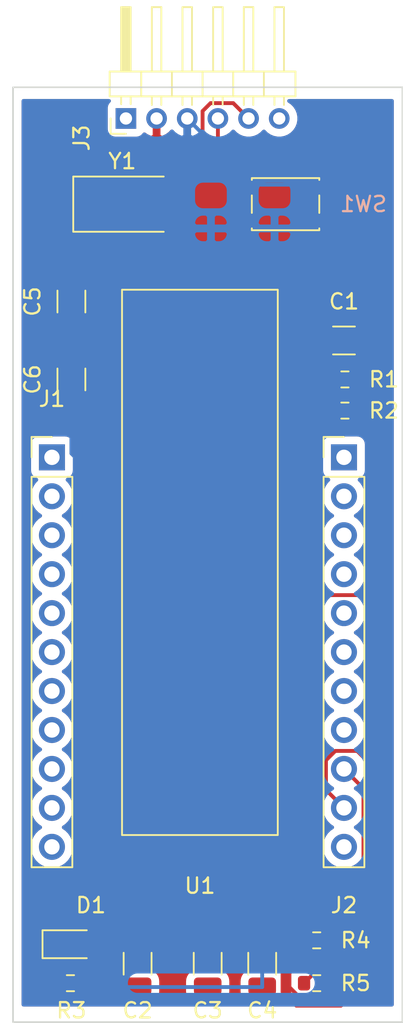
<source format=kicad_pcb>
(kicad_pcb (version 20171130) (host pcbnew 5.1.9-73d0e3b20d~88~ubuntu18.04.1)

  (general
    (thickness 1.6)
    (drawings 4)
    (tracks 102)
    (zones 0)
    (modules 18)
    (nets 51)
  )

  (page A4)
  (layers
    (0 F.Cu signal)
    (31 B.Cu signal)
    (32 B.Adhes user)
    (33 F.Adhes user)
    (34 B.Paste user)
    (35 F.Paste user)
    (36 B.SilkS user)
    (37 F.SilkS user)
    (38 B.Mask user)
    (39 F.Mask user)
    (40 Dwgs.User user)
    (41 Cmts.User user)
    (42 Eco1.User user)
    (43 Eco2.User user)
    (44 Edge.Cuts user)
    (45 Margin user)
    (46 B.CrtYd user)
    (47 F.CrtYd user)
    (48 B.Fab user)
    (49 F.Fab user)
  )

  (setup
    (last_trace_width 0.25)
    (trace_clearance 0.2)
    (zone_clearance 0.508)
    (zone_45_only no)
    (trace_min 0.2)
    (via_size 0.8)
    (via_drill 0.4)
    (via_min_size 0.4)
    (via_min_drill 0.3)
    (uvia_size 0.3)
    (uvia_drill 0.1)
    (uvias_allowed no)
    (uvia_min_size 0.2)
    (uvia_min_drill 0.1)
    (edge_width 0.05)
    (segment_width 0.2)
    (pcb_text_width 0.3)
    (pcb_text_size 1.5 1.5)
    (mod_edge_width 0.12)
    (mod_text_size 1 1)
    (mod_text_width 0.15)
    (pad_size 1.524 1.524)
    (pad_drill 0.762)
    (pad_to_mask_clearance 0)
    (aux_axis_origin 0 0)
    (visible_elements FFFDFF3F)
    (pcbplotparams
      (layerselection 0x010fc_ffffffff)
      (usegerberextensions false)
      (usegerberattributes true)
      (usegerberadvancedattributes true)
      (creategerberjobfile true)
      (excludeedgelayer true)
      (linewidth 0.100000)
      (plotframeref false)
      (viasonmask false)
      (mode 1)
      (useauxorigin false)
      (hpglpennumber 1)
      (hpglpenspeed 20)
      (hpglpendiameter 15.000000)
      (psnegative false)
      (psa4output false)
      (plotreference true)
      (plotvalue true)
      (plotinvisibletext false)
      (padsonsilk false)
      (subtractmaskfromsilk false)
      (outputformat 1)
      (mirror false)
      (drillshape 1)
      (scaleselection 1)
      (outputdirectory ""))
  )

  (net 0 "")
  (net 1 "Net-(C1-Pad1)")
  (net 2 GND)
  (net 3 VCC)
  (net 4 "Net-(C5-Pad1)")
  (net 5 "Net-(C6-Pad1)")
  (net 6 "Net-(D1-Pad1)")
  (net 7 /RA0)
  (net 8 /RA1)
  (net 9 /RA2)
  (net 10 /RA3)
  (net 11 /RA4)
  (net 12 /RB2)
  (net 13 /RB3)
  (net 14 /RB4)
  (net 15 /RB5)
  (net 16 /RB6)
  (net 17 /RB7)
  (net 18 "Net-(J2-Pad11)")
  (net 19 /RB8)
  (net 20 /RB9)
  (net 21 /RB10)
  (net 22 /RB11)
  (net 23 /RB12)
  (net 24 /RB13)
  (net 25 /RB14)
  (net 26 /RB15)
  (net 27 /VSS)
  (net 28 /VDD)
  (net 29 /MCLR)
  (net 30 /PGD)
  (net 31 /PGC)
  (net 32 "Net-(J3-Pad6)")
  (net 33 "Net-(R1-Pad1)")
  (net 34 "Net-(U1-Pad1)")
  (net 35 "Net-(U1-Pad2)")
  (net 36 "Net-(U1-Pad3)")
  (net 37 "Net-(U1-Pad4)")
  (net 38 "Net-(U1-Pad11)")
  (net 39 "Net-(U1-Pad12)")
  (net 40 "Net-(U1-Pad13)")
  (net 41 "Net-(U1-Pad14)")
  (net 42 "Net-(U1-Pad15)")
  (net 43 "Net-(U1-Pad16)")
  (net 44 "Net-(U1-Pad21)")
  (net 45 "Net-(U1-Pad22)")
  (net 46 "Net-(U1-Pad23)")
  (net 47 "Net-(U1-Pad24)")
  (net 48 "Net-(U1-Pad25)")
  (net 49 "Net-(U1-Pad26)")
  (net 50 "Net-(U1-Pad28)")

  (net_class Default "This is the default net class."
    (clearance 0.2)
    (trace_width 0.25)
    (via_dia 0.8)
    (via_drill 0.4)
    (uvia_dia 0.3)
    (uvia_drill 0.1)
    (add_net /MCLR)
    (add_net /PGC)
    (add_net /PGD)
    (add_net /RA0)
    (add_net /RA1)
    (add_net /RA2)
    (add_net /RA3)
    (add_net /RA4)
    (add_net /RB10)
    (add_net /RB11)
    (add_net /RB12)
    (add_net /RB13)
    (add_net /RB14)
    (add_net /RB15)
    (add_net /RB2)
    (add_net /RB3)
    (add_net /RB4)
    (add_net /RB5)
    (add_net /RB6)
    (add_net /RB7)
    (add_net /RB8)
    (add_net /RB9)
    (add_net /VDD)
    (add_net /VSS)
    (add_net GND)
    (add_net "Net-(C1-Pad1)")
    (add_net "Net-(C5-Pad1)")
    (add_net "Net-(C6-Pad1)")
    (add_net "Net-(D1-Pad1)")
    (add_net "Net-(J2-Pad11)")
    (add_net "Net-(J3-Pad6)")
    (add_net "Net-(R1-Pad1)")
    (add_net "Net-(U1-Pad1)")
    (add_net "Net-(U1-Pad11)")
    (add_net "Net-(U1-Pad12)")
    (add_net "Net-(U1-Pad13)")
    (add_net "Net-(U1-Pad14)")
    (add_net "Net-(U1-Pad15)")
    (add_net "Net-(U1-Pad16)")
    (add_net "Net-(U1-Pad2)")
    (add_net "Net-(U1-Pad21)")
    (add_net "Net-(U1-Pad22)")
    (add_net "Net-(U1-Pad23)")
    (add_net "Net-(U1-Pad24)")
    (add_net "Net-(U1-Pad25)")
    (add_net "Net-(U1-Pad26)")
    (add_net "Net-(U1-Pad28)")
    (add_net "Net-(U1-Pad3)")
    (add_net "Net-(U1-Pad4)")
    (add_net VCC)
  )

  (module Button_Switch_SMD:SW_SPST_PTS810 (layer F.Cu) (tedit 5B0610A8) (tstamp 603C503A)
    (at 144.018 92.456 180)
    (descr "C&K Components, PTS 810 Series, Microminiature SMT Top Actuated, http://www.ckswitches.com/media/1476/pts810.pdf")
    (tags "SPST Button Switch")
    (path /5F305655)
    (attr smd)
    (fp_text reference SW1 (at -5.08 0) (layer B.SilkS)
      (effects (font (size 1 1) (thickness 0.15)) (justify mirror))
    )
    (fp_text value SW_Push (at 0 3.5) (layer F.Fab)
      (effects (font (size 1 1) (thickness 0.15)))
    )
    (fp_line (start -2.85 -1.85) (end 2.85 -1.85) (layer F.CrtYd) (width 0.05))
    (fp_line (start -2.85 1.85) (end -2.85 -1.85) (layer F.CrtYd) (width 0.05))
    (fp_line (start 2.85 1.85) (end -2.85 1.85) (layer F.CrtYd) (width 0.05))
    (fp_line (start 2.85 -1.85) (end 2.85 1.85) (layer F.CrtYd) (width 0.05))
    (fp_line (start 2.2 -1.58) (end 2.2 -1.7) (layer F.SilkS) (width 0.12))
    (fp_line (start 2.2 0.57) (end 2.2 -0.57) (layer F.SilkS) (width 0.12))
    (fp_line (start 2.2 1.7) (end 2.2 1.58) (layer F.SilkS) (width 0.12))
    (fp_line (start -2.2 1.7) (end 2.2 1.7) (layer F.SilkS) (width 0.12))
    (fp_line (start -2.2 1.58) (end -2.2 1.7) (layer F.SilkS) (width 0.12))
    (fp_line (start -2.2 -0.57) (end -2.2 0.57) (layer F.SilkS) (width 0.12))
    (fp_line (start -2.2 -1.7) (end -2.2 -1.58) (layer F.SilkS) (width 0.12))
    (fp_line (start 2.2 -1.7) (end -2.2 -1.7) (layer F.SilkS) (width 0.12))
    (fp_line (start 0.4 1.1) (end -0.4 1.1) (layer F.Fab) (width 0.1))
    (fp_line (start -0.4 -1.1) (end 0.4 -1.1) (layer F.Fab) (width 0.1))
    (fp_line (start -2.1 1.6) (end 2.1 1.6) (layer F.Fab) (width 0.1))
    (fp_line (start -2.1 -1.6) (end -2.1 1.6) (layer F.Fab) (width 0.1))
    (fp_line (start 2.1 -1.6) (end -2.1 -1.6) (layer F.Fab) (width 0.1))
    (fp_line (start 2.1 1.6) (end 2.1 -1.6) (layer F.Fab) (width 0.1))
    (fp_arc (start 0.4 0) (end 0.4 -1.1) (angle 180) (layer F.Fab) (width 0.1))
    (fp_arc (start -0.4 0) (end -0.4 1.1) (angle 180) (layer F.Fab) (width 0.1))
    (fp_text user %R (at 0 0 90) (layer B.Fab)
      (effects (font (size 1 1) (thickness 0.15)) (justify mirror))
    )
    (pad 2 smd rect (at 2.075 1.075 180) (size 1.05 0.65) (layers F.Cu F.Paste F.Mask)
      (net 2 GND))
    (pad 2 smd rect (at -2.075 1.075 180) (size 1.05 0.65) (layers F.Cu F.Paste F.Mask)
      (net 2 GND))
    (pad 1 smd rect (at 2.075 -1.075 180) (size 1.05 0.65) (layers F.Cu F.Paste F.Mask)
      (net 1 "Net-(C1-Pad1)"))
    (pad 1 smd rect (at -2.075 -1.075 180) (size 1.05 0.65) (layers F.Cu F.Paste F.Mask)
      (net 1 "Net-(C1-Pad1)"))
    (model ${KISYS3DMOD}/Button_Switch_SMD.3dshapes/SW_SPST_PTS810.wrl
      (at (xyz 0 0 0))
      (scale (xyz 1 1 1))
      (rotate (xyz 0 0 0))
    )
  )

  (module Connector_PinHeader_2.00mm:PinHeader_1x06_P2.00mm_Horizontal (layer F.Cu) (tedit 59FED667) (tstamp 603C4FCC)
    (at 133.604 86.868 90)
    (descr "Through hole angled pin header, 1x06, 2.00mm pitch, 4.2mm pin length, single row")
    (tags "Through hole angled pin header THT 1x06 2.00mm single row")
    (path /5F373632)
    (fp_text reference J3 (at -1.27 -2.89 90) (layer F.SilkS)
      (effects (font (size 1 1) (thickness 0.15)))
    )
    (fp_text value Conn_PIC_ICSP_ICD (at -2.54 5.08) (layer F.Fab)
      (effects (font (size 1 1) (thickness 0.15)))
    )
    (fp_line (start 1.875 -1) (end 3 -1) (layer F.Fab) (width 0.1))
    (fp_line (start 3 -1) (end 3 11) (layer F.Fab) (width 0.1))
    (fp_line (start 3 11) (end 1.5 11) (layer F.Fab) (width 0.1))
    (fp_line (start 1.5 11) (end 1.5 -0.625) (layer F.Fab) (width 0.1))
    (fp_line (start 1.5 -0.625) (end 1.875 -1) (layer F.Fab) (width 0.1))
    (fp_line (start -0.25 -0.25) (end 1.5 -0.25) (layer F.Fab) (width 0.1))
    (fp_line (start -0.25 -0.25) (end -0.25 0.25) (layer F.Fab) (width 0.1))
    (fp_line (start -0.25 0.25) (end 1.5 0.25) (layer F.Fab) (width 0.1))
    (fp_line (start 3 -0.25) (end 7.2 -0.25) (layer F.Fab) (width 0.1))
    (fp_line (start 7.2 -0.25) (end 7.2 0.25) (layer F.Fab) (width 0.1))
    (fp_line (start 3 0.25) (end 7.2 0.25) (layer F.Fab) (width 0.1))
    (fp_line (start -0.25 1.75) (end 1.5 1.75) (layer F.Fab) (width 0.1))
    (fp_line (start -0.25 1.75) (end -0.25 2.25) (layer F.Fab) (width 0.1))
    (fp_line (start -0.25 2.25) (end 1.5 2.25) (layer F.Fab) (width 0.1))
    (fp_line (start 3 1.75) (end 7.2 1.75) (layer F.Fab) (width 0.1))
    (fp_line (start 7.2 1.75) (end 7.2 2.25) (layer F.Fab) (width 0.1))
    (fp_line (start 3 2.25) (end 7.2 2.25) (layer F.Fab) (width 0.1))
    (fp_line (start -0.25 3.75) (end 1.5 3.75) (layer F.Fab) (width 0.1))
    (fp_line (start -0.25 3.75) (end -0.25 4.25) (layer F.Fab) (width 0.1))
    (fp_line (start -0.25 4.25) (end 1.5 4.25) (layer F.Fab) (width 0.1))
    (fp_line (start 3 3.75) (end 7.2 3.75) (layer F.Fab) (width 0.1))
    (fp_line (start 7.2 3.75) (end 7.2 4.25) (layer F.Fab) (width 0.1))
    (fp_line (start 3 4.25) (end 7.2 4.25) (layer F.Fab) (width 0.1))
    (fp_line (start -0.25 5.75) (end 1.5 5.75) (layer F.Fab) (width 0.1))
    (fp_line (start -0.25 5.75) (end -0.25 6.25) (layer F.Fab) (width 0.1))
    (fp_line (start -0.25 6.25) (end 1.5 6.25) (layer F.Fab) (width 0.1))
    (fp_line (start 3 5.75) (end 7.2 5.75) (layer F.Fab) (width 0.1))
    (fp_line (start 7.2 5.75) (end 7.2 6.25) (layer F.Fab) (width 0.1))
    (fp_line (start 3 6.25) (end 7.2 6.25) (layer F.Fab) (width 0.1))
    (fp_line (start -0.25 7.75) (end 1.5 7.75) (layer F.Fab) (width 0.1))
    (fp_line (start -0.25 7.75) (end -0.25 8.25) (layer F.Fab) (width 0.1))
    (fp_line (start -0.25 8.25) (end 1.5 8.25) (layer F.Fab) (width 0.1))
    (fp_line (start 3 7.75) (end 7.2 7.75) (layer F.Fab) (width 0.1))
    (fp_line (start 7.2 7.75) (end 7.2 8.25) (layer F.Fab) (width 0.1))
    (fp_line (start 3 8.25) (end 7.2 8.25) (layer F.Fab) (width 0.1))
    (fp_line (start -0.25 9.75) (end 1.5 9.75) (layer F.Fab) (width 0.1))
    (fp_line (start -0.25 9.75) (end -0.25 10.25) (layer F.Fab) (width 0.1))
    (fp_line (start -0.25 10.25) (end 1.5 10.25) (layer F.Fab) (width 0.1))
    (fp_line (start 3 9.75) (end 7.2 9.75) (layer F.Fab) (width 0.1))
    (fp_line (start 7.2 9.75) (end 7.2 10.25) (layer F.Fab) (width 0.1))
    (fp_line (start 3 10.25) (end 7.2 10.25) (layer F.Fab) (width 0.1))
    (fp_line (start 1.44 -1.06) (end 1.44 11.06) (layer F.SilkS) (width 0.12))
    (fp_line (start 1.44 11.06) (end 3.06 11.06) (layer F.SilkS) (width 0.12))
    (fp_line (start 3.06 11.06) (end 3.06 -1.06) (layer F.SilkS) (width 0.12))
    (fp_line (start 3.06 -1.06) (end 1.44 -1.06) (layer F.SilkS) (width 0.12))
    (fp_line (start 3.06 -0.31) (end 7.26 -0.31) (layer F.SilkS) (width 0.12))
    (fp_line (start 7.26 -0.31) (end 7.26 0.31) (layer F.SilkS) (width 0.12))
    (fp_line (start 7.26 0.31) (end 3.06 0.31) (layer F.SilkS) (width 0.12))
    (fp_line (start 3.06 -0.25) (end 7.26 -0.25) (layer F.SilkS) (width 0.12))
    (fp_line (start 3.06 -0.13) (end 7.26 -0.13) (layer F.SilkS) (width 0.12))
    (fp_line (start 3.06 -0.01) (end 7.26 -0.01) (layer F.SilkS) (width 0.12))
    (fp_line (start 3.06 0.11) (end 7.26 0.11) (layer F.SilkS) (width 0.12))
    (fp_line (start 3.06 0.23) (end 7.26 0.23) (layer F.SilkS) (width 0.12))
    (fp_line (start 0.935 -0.31) (end 1.44 -0.31) (layer F.SilkS) (width 0.12))
    (fp_line (start 0.935 0.31) (end 1.44 0.31) (layer F.SilkS) (width 0.12))
    (fp_line (start 1.44 1) (end 3.06 1) (layer F.SilkS) (width 0.12))
    (fp_line (start 3.06 1.69) (end 7.26 1.69) (layer F.SilkS) (width 0.12))
    (fp_line (start 7.26 1.69) (end 7.26 2.31) (layer F.SilkS) (width 0.12))
    (fp_line (start 7.26 2.31) (end 3.06 2.31) (layer F.SilkS) (width 0.12))
    (fp_line (start 0.882114 1.69) (end 1.44 1.69) (layer F.SilkS) (width 0.12))
    (fp_line (start 0.882114 2.31) (end 1.44 2.31) (layer F.SilkS) (width 0.12))
    (fp_line (start 1.44 3) (end 3.06 3) (layer F.SilkS) (width 0.12))
    (fp_line (start 3.06 3.69) (end 7.26 3.69) (layer F.SilkS) (width 0.12))
    (fp_line (start 7.26 3.69) (end 7.26 4.31) (layer F.SilkS) (width 0.12))
    (fp_line (start 7.26 4.31) (end 3.06 4.31) (layer F.SilkS) (width 0.12))
    (fp_line (start 0.882114 3.69) (end 1.44 3.69) (layer F.SilkS) (width 0.12))
    (fp_line (start 0.882114 4.31) (end 1.44 4.31) (layer F.SilkS) (width 0.12))
    (fp_line (start 1.44 5) (end 3.06 5) (layer F.SilkS) (width 0.12))
    (fp_line (start 3.06 5.69) (end 7.26 5.69) (layer F.SilkS) (width 0.12))
    (fp_line (start 7.26 5.69) (end 7.26 6.31) (layer F.SilkS) (width 0.12))
    (fp_line (start 7.26 6.31) (end 3.06 6.31) (layer F.SilkS) (width 0.12))
    (fp_line (start 0.882114 5.69) (end 1.44 5.69) (layer F.SilkS) (width 0.12))
    (fp_line (start 0.882114 6.31) (end 1.44 6.31) (layer F.SilkS) (width 0.12))
    (fp_line (start 1.44 7) (end 3.06 7) (layer F.SilkS) (width 0.12))
    (fp_line (start 3.06 7.69) (end 7.26 7.69) (layer F.SilkS) (width 0.12))
    (fp_line (start 7.26 7.69) (end 7.26 8.31) (layer F.SilkS) (width 0.12))
    (fp_line (start 7.26 8.31) (end 3.06 8.31) (layer F.SilkS) (width 0.12))
    (fp_line (start 0.882114 7.69) (end 1.44 7.69) (layer F.SilkS) (width 0.12))
    (fp_line (start 0.882114 8.31) (end 1.44 8.31) (layer F.SilkS) (width 0.12))
    (fp_line (start 1.44 9) (end 3.06 9) (layer F.SilkS) (width 0.12))
    (fp_line (start 3.06 9.69) (end 7.26 9.69) (layer F.SilkS) (width 0.12))
    (fp_line (start 7.26 9.69) (end 7.26 10.31) (layer F.SilkS) (width 0.12))
    (fp_line (start 7.26 10.31) (end 3.06 10.31) (layer F.SilkS) (width 0.12))
    (fp_line (start 0.882114 9.69) (end 1.44 9.69) (layer F.SilkS) (width 0.12))
    (fp_line (start 0.882114 10.31) (end 1.44 10.31) (layer F.SilkS) (width 0.12))
    (fp_line (start -1 0) (end -1 -1) (layer F.SilkS) (width 0.12))
    (fp_line (start -1 -1) (end 0 -1) (layer F.SilkS) (width 0.12))
    (fp_line (start -1.5 -1.5) (end -1.5 11.5) (layer F.CrtYd) (width 0.05))
    (fp_line (start -1.5 11.5) (end 7.7 11.5) (layer F.CrtYd) (width 0.05))
    (fp_line (start 7.7 11.5) (end 7.7 -1.5) (layer F.CrtYd) (width 0.05))
    (fp_line (start 7.7 -1.5) (end -1.5 -1.5) (layer F.CrtYd) (width 0.05))
    (fp_text user %R (at -3.81 -3.81) (layer F.Fab)
      (effects (font (size 1 1) (thickness 0.15)))
    )
    (pad 6 thru_hole oval (at 0 10 90) (size 1.35 1.35) (drill 0.8) (layers *.Cu *.Mask)
      (net 32 "Net-(J3-Pad6)"))
    (pad 5 thru_hole oval (at 0 8 90) (size 1.35 1.35) (drill 0.8) (layers *.Cu *.Mask)
      (net 31 /PGC))
    (pad 4 thru_hole oval (at 0 6 90) (size 1.35 1.35) (drill 0.8) (layers *.Cu *.Mask)
      (net 30 /PGD))
    (pad 3 thru_hole oval (at 0 4 90) (size 1.35 1.35) (drill 0.8) (layers *.Cu *.Mask)
      (net 2 GND))
    (pad 2 thru_hole oval (at 0 2 90) (size 1.35 1.35) (drill 0.8) (layers *.Cu *.Mask)
      (net 3 VCC))
    (pad 1 thru_hole rect (at 0 0 90) (size 1.35 1.35) (drill 0.8) (layers *.Cu *.Mask)
      (net 29 /MCLR))
    (model ${KISYS3DMOD}/Connector_PinHeader_2.00mm.3dshapes/PinHeader_1x06_P2.00mm_Horizontal.wrl
      (at (xyz 0 0 0))
      (scale (xyz 1 1 1))
      (rotate (xyz 0 0 0))
    )
  )

  (module DSPIC33CK256MP202:DSPICBEIFI (layer F.Cu) (tedit 603BE582) (tstamp 603C505B)
    (at 138.43 114.546001)
    (path /5F30455B)
    (fp_text reference U1 (at 0 22.359999) (layer F.SilkS)
      (effects (font (size 1 1) (thickness 0.15)))
    )
    (fp_text value DSPIC33CK256MP202 (at 0 22.86) (layer F.Fab)
      (effects (font (size 1 1) (thickness 0.15)))
    )
    (fp_line (start -5.08 -16.51) (end 5.08 -16.51) (layer F.SilkS) (width 0.12))
    (fp_line (start 5.08 -16.51) (end 5.08 19.05) (layer F.SilkS) (width 0.12))
    (fp_line (start 5.08 19.05) (end -5.08 19.05) (layer F.SilkS) (width 0.12))
    (fp_line (start -5.08 19.05) (end -5.08 -16.51) (layer F.SilkS) (width 0.12))
    (pad 1 smd rect (at -5.08 -15.24) (size 1.524 1.524) (layers F.Cu F.Paste F.Mask)
      (net 34 "Net-(U1-Pad1)"))
    (pad 2 smd rect (at -5.08 -12.7) (size 1.524 1.524) (layers F.Cu F.Paste F.Mask)
      (net 35 "Net-(U1-Pad2)"))
    (pad 3 smd rect (at -5.08 -10.16) (size 1.524 1.524) (layers F.Cu F.Paste F.Mask)
      (net 36 "Net-(U1-Pad3)"))
    (pad 4 smd rect (at -5.08 -7.62) (size 1.524 1.524) (layers F.Cu F.Paste F.Mask)
      (net 37 "Net-(U1-Pad4)"))
    (pad 5 smd rect (at -5.08 -5.08) (size 1.524 1.524) (layers F.Cu F.Paste F.Mask)
      (net 3 VCC))
    (pad 6 smd rect (at -5.08 -2.54) (size 1.524 1.524) (layers F.Cu F.Paste F.Mask)
      (net 2 GND))
    (pad 7 smd rect (at -5.08 0) (size 1.524 1.524) (layers F.Cu F.Paste F.Mask)
      (net 3 VCC))
    (pad 8 smd rect (at -5.08 2.54) (size 1.524 1.524) (layers F.Cu F.Paste F.Mask)
      (net 2 GND))
    (pad 9 smd rect (at -5.08 5.08) (size 1.524 1.524) (layers F.Cu F.Paste F.Mask)
      (net 4 "Net-(C5-Pad1)"))
    (pad 10 smd rect (at -5.08 7.62) (size 1.524 1.524) (layers F.Cu F.Paste F.Mask)
      (net 5 "Net-(C6-Pad1)"))
    (pad 11 smd rect (at -5.08 10.16) (size 1.524 1.524) (layers F.Cu F.Paste F.Mask)
      (net 38 "Net-(U1-Pad11)"))
    (pad 12 smd rect (at -5.08 12.7) (size 1.524 1.524) (layers F.Cu F.Paste F.Mask)
      (net 39 "Net-(U1-Pad12)"))
    (pad 13 smd rect (at -5.08 15.24) (size 1.524 1.524) (layers F.Cu F.Paste F.Mask)
      (net 40 "Net-(U1-Pad13)"))
    (pad 14 smd rect (at -5.08 17.78) (size 1.524 1.524) (layers F.Cu F.Paste F.Mask)
      (net 41 "Net-(U1-Pad14)"))
    (pad 15 smd rect (at 5.08 17.78) (size 1.524 1.524) (layers F.Cu F.Paste F.Mask)
      (net 42 "Net-(U1-Pad15)"))
    (pad 16 smd rect (at 5.08 15.24) (size 1.524 1.524) (layers F.Cu F.Paste F.Mask)
      (net 43 "Net-(U1-Pad16)"))
    (pad 17 smd rect (at 5.08 12.7) (size 1.524 1.524) (layers F.Cu F.Paste F.Mask)
      (net 31 /PGC))
    (pad 18 smd rect (at 5.08 10.16) (size 1.524 1.524) (layers F.Cu F.Paste F.Mask)
      (net 30 /PGD))
    (pad 19 smd rect (at 5.08 7.62) (size 1.524 1.524) (layers F.Cu F.Paste F.Mask)
      (net 2 GND))
    (pad 20 smd rect (at 5.08 5.08) (size 1.524 1.524) (layers F.Cu F.Paste F.Mask)
      (net 3 VCC))
    (pad 21 smd rect (at 5.08 2.54) (size 1.524 1.524) (layers F.Cu F.Paste F.Mask)
      (net 44 "Net-(U1-Pad21)"))
    (pad 22 smd rect (at 5.08 0) (size 1.524 1.524) (layers F.Cu F.Paste F.Mask)
      (net 45 "Net-(U1-Pad22)"))
    (pad 23 smd rect (at 5.08 -2.54) (size 1.524 1.524) (layers F.Cu F.Paste F.Mask)
      (net 46 "Net-(U1-Pad23)"))
    (pad 24 smd rect (at 5.08 -5.08) (size 1.524 1.524) (layers F.Cu F.Paste F.Mask)
      (net 47 "Net-(U1-Pad24)"))
    (pad 25 smd rect (at 5.08 -7.62) (size 1.524 1.524) (layers F.Cu F.Paste F.Mask)
      (net 48 "Net-(U1-Pad25)"))
    (pad 26 smd rect (at 5.08 -10.16) (size 1.524 1.524) (layers F.Cu F.Paste F.Mask)
      (net 49 "Net-(U1-Pad26)"))
    (pad 27 smd rect (at 5.08 -12.7) (size 1.524 1.524) (layers F.Cu F.Paste F.Mask)
      (net 33 "Net-(R1-Pad1)"))
    (pad 28 smd rect (at 5.08 -15.24) (size 1.524 1.524) (layers F.Cu F.Paste F.Mask)
      (net 50 "Net-(U1-Pad28)"))
  )

  (module Resistor_SMD:R_0603_1608Metric (layer F.Cu) (tedit 5F68FEEE) (tstamp 603C4FDD)
    (at 147.891 103.886)
    (descr "Resistor SMD 0603 (1608 Metric), square (rectangular) end terminal, IPC_7351 nominal, (Body size source: IPC-SM-782 page 72, https://www.pcb-3d.com/wordpress/wp-content/uploads/ipc-sm-782a_amendment_1_and_2.pdf), generated with kicad-footprint-generator")
    (tags resistor)
    (path /5F306E40)
    (attr smd)
    (fp_text reference R1 (at 2.54 0) (layer F.SilkS)
      (effects (font (size 1 1) (thickness 0.15)))
    )
    (fp_text value 10k (at 0 1.82) (layer F.Fab)
      (effects (font (size 1 1) (thickness 0.15)))
    )
    (fp_line (start 1.48 0.73) (end -1.48 0.73) (layer F.CrtYd) (width 0.05))
    (fp_line (start 1.48 -0.73) (end 1.48 0.73) (layer F.CrtYd) (width 0.05))
    (fp_line (start -1.48 -0.73) (end 1.48 -0.73) (layer F.CrtYd) (width 0.05))
    (fp_line (start -1.48 0.73) (end -1.48 -0.73) (layer F.CrtYd) (width 0.05))
    (fp_line (start -0.237258 0.5225) (end 0.237258 0.5225) (layer F.SilkS) (width 0.12))
    (fp_line (start -0.237258 -0.5225) (end 0.237258 -0.5225) (layer F.SilkS) (width 0.12))
    (fp_line (start 0.8 0.4125) (end -0.8 0.4125) (layer F.Fab) (width 0.1))
    (fp_line (start 0.8 -0.4125) (end 0.8 0.4125) (layer F.Fab) (width 0.1))
    (fp_line (start -0.8 -0.4125) (end 0.8 -0.4125) (layer F.Fab) (width 0.1))
    (fp_line (start -0.8 0.4125) (end -0.8 -0.4125) (layer F.Fab) (width 0.1))
    (fp_text user %R (at 0 0) (layer F.Fab)
      (effects (font (size 0.8 0.8) (thickness 0.12)))
    )
    (pad 2 smd roundrect (at 0.825 0) (size 0.8 0.95) (layers F.Cu F.Paste F.Mask) (roundrect_rratio 0.25)
      (net 1 "Net-(C1-Pad1)"))
    (pad 1 smd roundrect (at -0.825 0) (size 0.8 0.95) (layers F.Cu F.Paste F.Mask) (roundrect_rratio 0.25)
      (net 33 "Net-(R1-Pad1)"))
    (model ${KISYS3DMOD}/Resistor_SMD.3dshapes/R_0603_1608Metric.wrl
      (at (xyz 0 0 0))
      (scale (xyz 1 1 1))
      (rotate (xyz 0 0 0))
    )
  )

  (module Resistor_SMD:R_0603_1608Metric (layer F.Cu) (tedit 5F68FEEE) (tstamp 603C4FEE)
    (at 147.891 105.918)
    (descr "Resistor SMD 0603 (1608 Metric), square (rectangular) end terminal, IPC_7351 nominal, (Body size source: IPC-SM-782 page 72, https://www.pcb-3d.com/wordpress/wp-content/uploads/ipc-sm-782a_amendment_1_and_2.pdf), generated with kicad-footprint-generator")
    (tags resistor)
    (path /5F30619C)
    (attr smd)
    (fp_text reference R2 (at 2.54 0) (layer F.SilkS)
      (effects (font (size 1 1) (thickness 0.15)))
    )
    (fp_text value 10k (at 0 1.82) (layer F.Fab)
      (effects (font (size 1 1) (thickness 0.15)))
    )
    (fp_line (start 1.48 0.73) (end -1.48 0.73) (layer F.CrtYd) (width 0.05))
    (fp_line (start 1.48 -0.73) (end 1.48 0.73) (layer F.CrtYd) (width 0.05))
    (fp_line (start -1.48 -0.73) (end 1.48 -0.73) (layer F.CrtYd) (width 0.05))
    (fp_line (start -1.48 0.73) (end -1.48 -0.73) (layer F.CrtYd) (width 0.05))
    (fp_line (start -0.237258 0.5225) (end 0.237258 0.5225) (layer F.SilkS) (width 0.12))
    (fp_line (start -0.237258 -0.5225) (end 0.237258 -0.5225) (layer F.SilkS) (width 0.12))
    (fp_line (start 0.8 0.4125) (end -0.8 0.4125) (layer F.Fab) (width 0.1))
    (fp_line (start 0.8 -0.4125) (end 0.8 0.4125) (layer F.Fab) (width 0.1))
    (fp_line (start -0.8 -0.4125) (end 0.8 -0.4125) (layer F.Fab) (width 0.1))
    (fp_line (start -0.8 0.4125) (end -0.8 -0.4125) (layer F.Fab) (width 0.1))
    (fp_text user %R (at 0 0) (layer F.Fab)
      (effects (font (size 0.8 0.8) (thickness 0.12)))
    )
    (pad 2 smd roundrect (at 0.825 0) (size 0.8 0.95) (layers F.Cu F.Paste F.Mask) (roundrect_rratio 0.25)
      (net 1 "Net-(C1-Pad1)"))
    (pad 1 smd roundrect (at -0.825 0) (size 0.8 0.95) (layers F.Cu F.Paste F.Mask) (roundrect_rratio 0.25)
      (net 3 VCC))
    (model ${KISYS3DMOD}/Resistor_SMD.3dshapes/R_0603_1608Metric.wrl
      (at (xyz 0 0 0))
      (scale (xyz 1 1 1))
      (rotate (xyz 0 0 0))
    )
  )

  (module Resistor_SMD:R_0603_1608Metric (layer F.Cu) (tedit 5F68FEEE) (tstamp 603C4FFF)
    (at 129.985 143.256)
    (descr "Resistor SMD 0603 (1608 Metric), square (rectangular) end terminal, IPC_7351 nominal, (Body size source: IPC-SM-782 page 72, https://www.pcb-3d.com/wordpress/wp-content/uploads/ipc-sm-782a_amendment_1_and_2.pdf), generated with kicad-footprint-generator")
    (tags resistor)
    (path /5F34940D)
    (attr smd)
    (fp_text reference R3 (at 0.063 1.778) (layer F.SilkS)
      (effects (font (size 1 1) (thickness 0.15)))
    )
    (fp_text value 330 (at 0 1.82) (layer F.Fab)
      (effects (font (size 1 1) (thickness 0.15)))
    )
    (fp_line (start 1.48 0.73) (end -1.48 0.73) (layer F.CrtYd) (width 0.05))
    (fp_line (start 1.48 -0.73) (end 1.48 0.73) (layer F.CrtYd) (width 0.05))
    (fp_line (start -1.48 -0.73) (end 1.48 -0.73) (layer F.CrtYd) (width 0.05))
    (fp_line (start -1.48 0.73) (end -1.48 -0.73) (layer F.CrtYd) (width 0.05))
    (fp_line (start -0.237258 0.5225) (end 0.237258 0.5225) (layer F.SilkS) (width 0.12))
    (fp_line (start -0.237258 -0.5225) (end 0.237258 -0.5225) (layer F.SilkS) (width 0.12))
    (fp_line (start 0.8 0.4125) (end -0.8 0.4125) (layer F.Fab) (width 0.1))
    (fp_line (start 0.8 -0.4125) (end 0.8 0.4125) (layer F.Fab) (width 0.1))
    (fp_line (start -0.8 -0.4125) (end 0.8 -0.4125) (layer F.Fab) (width 0.1))
    (fp_line (start -0.8 0.4125) (end -0.8 -0.4125) (layer F.Fab) (width 0.1))
    (fp_text user %R (at 0 0) (layer F.Fab)
      (effects (font (size 0.8 0.8) (thickness 0.12)))
    )
    (pad 2 smd roundrect (at 0.825 0) (size 0.8 0.95) (layers F.Cu F.Paste F.Mask) (roundrect_rratio 0.25)
      (net 2 GND))
    (pad 1 smd roundrect (at -0.825 0) (size 0.8 0.95) (layers F.Cu F.Paste F.Mask) (roundrect_rratio 0.25)
      (net 6 "Net-(D1-Pad1)"))
    (model ${KISYS3DMOD}/Resistor_SMD.3dshapes/R_0603_1608Metric.wrl
      (at (xyz 0 0 0))
      (scale (xyz 1 1 1))
      (rotate (xyz 0 0 0))
    )
  )

  (module Resistor_SMD:R_0603_1608Metric (layer F.Cu) (tedit 5F68FEEE) (tstamp 603C5010)
    (at 146.05 140.462)
    (descr "Resistor SMD 0603 (1608 Metric), square (rectangular) end terminal, IPC_7351 nominal, (Body size source: IPC-SM-782 page 72, https://www.pcb-3d.com/wordpress/wp-content/uploads/ipc-sm-782a_amendment_1_and_2.pdf), generated with kicad-footprint-generator")
    (tags resistor)
    (path /5F31BF08)
    (attr smd)
    (fp_text reference R4 (at 2.54 0) (layer F.SilkS)
      (effects (font (size 1 1) (thickness 0.15)))
    )
    (fp_text value 1K (at 0 1.82) (layer F.Fab)
      (effects (font (size 1 1) (thickness 0.15)))
    )
    (fp_line (start 1.48 0.73) (end -1.48 0.73) (layer F.CrtYd) (width 0.05))
    (fp_line (start 1.48 -0.73) (end 1.48 0.73) (layer F.CrtYd) (width 0.05))
    (fp_line (start -1.48 -0.73) (end 1.48 -0.73) (layer F.CrtYd) (width 0.05))
    (fp_line (start -1.48 0.73) (end -1.48 -0.73) (layer F.CrtYd) (width 0.05))
    (fp_line (start -0.237258 0.5225) (end 0.237258 0.5225) (layer F.SilkS) (width 0.12))
    (fp_line (start -0.237258 -0.5225) (end 0.237258 -0.5225) (layer F.SilkS) (width 0.12))
    (fp_line (start 0.8 0.4125) (end -0.8 0.4125) (layer F.Fab) (width 0.1))
    (fp_line (start 0.8 -0.4125) (end 0.8 0.4125) (layer F.Fab) (width 0.1))
    (fp_line (start -0.8 -0.4125) (end 0.8 -0.4125) (layer F.Fab) (width 0.1))
    (fp_line (start -0.8 0.4125) (end -0.8 -0.4125) (layer F.Fab) (width 0.1))
    (fp_text user %R (at 0 0) (layer F.Fab)
      (effects (font (size 0.8 0.8) (thickness 0.12)))
    )
    (pad 2 smd roundrect (at 0.825 0) (size 0.8 0.95) (layers F.Cu F.Paste F.Mask) (roundrect_rratio 0.25)
      (net 30 /PGD))
    (pad 1 smd roundrect (at -0.825 0) (size 0.8 0.95) (layers F.Cu F.Paste F.Mask) (roundrect_rratio 0.25)
      (net 20 /RB9))
    (model ${KISYS3DMOD}/Resistor_SMD.3dshapes/R_0603_1608Metric.wrl
      (at (xyz 0 0 0))
      (scale (xyz 1 1 1))
      (rotate (xyz 0 0 0))
    )
  )

  (module Resistor_SMD:R_0603_1608Metric (layer F.Cu) (tedit 5F68FEEE) (tstamp 603C5021)
    (at 146.05 143.256)
    (descr "Resistor SMD 0603 (1608 Metric), square (rectangular) end terminal, IPC_7351 nominal, (Body size source: IPC-SM-782 page 72, https://www.pcb-3d.com/wordpress/wp-content/uploads/ipc-sm-782a_amendment_1_and_2.pdf), generated with kicad-footprint-generator")
    (tags resistor)
    (path /5F34516A)
    (attr smd)
    (fp_text reference R5 (at 2.54 0) (layer F.SilkS)
      (effects (font (size 1 1) (thickness 0.15)))
    )
    (fp_text value 1K (at 0 1.82) (layer F.Fab)
      (effects (font (size 1 1) (thickness 0.15)))
    )
    (fp_line (start 1.48 0.73) (end -1.48 0.73) (layer F.CrtYd) (width 0.05))
    (fp_line (start 1.48 -0.73) (end 1.48 0.73) (layer F.CrtYd) (width 0.05))
    (fp_line (start -1.48 -0.73) (end 1.48 -0.73) (layer F.CrtYd) (width 0.05))
    (fp_line (start -1.48 0.73) (end -1.48 -0.73) (layer F.CrtYd) (width 0.05))
    (fp_line (start -0.237258 0.5225) (end 0.237258 0.5225) (layer F.SilkS) (width 0.12))
    (fp_line (start -0.237258 -0.5225) (end 0.237258 -0.5225) (layer F.SilkS) (width 0.12))
    (fp_line (start 0.8 0.4125) (end -0.8 0.4125) (layer F.Fab) (width 0.1))
    (fp_line (start 0.8 -0.4125) (end 0.8 0.4125) (layer F.Fab) (width 0.1))
    (fp_line (start -0.8 -0.4125) (end 0.8 -0.4125) (layer F.Fab) (width 0.1))
    (fp_line (start -0.8 0.4125) (end -0.8 -0.4125) (layer F.Fab) (width 0.1))
    (fp_text user %R (at 0 0) (layer F.Fab)
      (effects (font (size 0.8 0.8) (thickness 0.12)))
    )
    (pad 2 smd roundrect (at 0.825 0) (size 0.8 0.95) (layers F.Cu F.Paste F.Mask) (roundrect_rratio 0.25)
      (net 31 /PGC))
    (pad 1 smd roundrect (at -0.825 0) (size 0.8 0.95) (layers F.Cu F.Paste F.Mask) (roundrect_rratio 0.25)
      (net 19 /RB8))
    (model ${KISYS3DMOD}/Resistor_SMD.3dshapes/R_0603_1608Metric.wrl
      (at (xyz 0 0 0))
      (scale (xyz 1 1 1))
      (rotate (xyz 0 0 0))
    )
  )

  (module Capacitor_SMD:C_1206_3216Metric (layer F.Cu) (tedit 5F68FEEE) (tstamp 603C4DAD)
    (at 147.828 101.346 180)
    (descr "Capacitor SMD 1206 (3216 Metric), square (rectangular) end terminal, IPC_7351 nominal, (Body size source: IPC-SM-782 page 76, https://www.pcb-3d.com/wordpress/wp-content/uploads/ipc-sm-782a_amendment_1_and_2.pdf), generated with kicad-footprint-generator")
    (tags capacitor)
    (path /5F31BA4C)
    (attr smd)
    (fp_text reference C1 (at 0 2.54) (layer F.SilkS)
      (effects (font (size 1 1) (thickness 0.15)))
    )
    (fp_text value 100nf (at 0 2.65) (layer F.Fab)
      (effects (font (size 1 1) (thickness 0.15)))
    )
    (fp_line (start 2.3 1.15) (end -2.3 1.15) (layer F.CrtYd) (width 0.05))
    (fp_line (start 2.3 -1.15) (end 2.3 1.15) (layer F.CrtYd) (width 0.05))
    (fp_line (start -2.3 -1.15) (end 2.3 -1.15) (layer F.CrtYd) (width 0.05))
    (fp_line (start -2.3 1.15) (end -2.3 -1.15) (layer F.CrtYd) (width 0.05))
    (fp_line (start -0.711252 0.91) (end 0.711252 0.91) (layer F.SilkS) (width 0.12))
    (fp_line (start -0.711252 -0.91) (end 0.711252 -0.91) (layer F.SilkS) (width 0.12))
    (fp_line (start 1.6 0.8) (end -1.6 0.8) (layer F.Fab) (width 0.1))
    (fp_line (start 1.6 -0.8) (end 1.6 0.8) (layer F.Fab) (width 0.1))
    (fp_line (start -1.6 -0.8) (end 1.6 -0.8) (layer F.Fab) (width 0.1))
    (fp_line (start -1.6 0.8) (end -1.6 -0.8) (layer F.Fab) (width 0.1))
    (fp_text user %R (at 0 0) (layer F.Fab)
      (effects (font (size 1 1) (thickness 0.15)))
    )
    (pad 2 smd roundrect (at 1.475 0 180) (size 1.15 1.8) (layers F.Cu F.Paste F.Mask) (roundrect_rratio 0.217391)
      (net 2 GND))
    (pad 1 smd roundrect (at -1.475 0 180) (size 1.15 1.8) (layers F.Cu F.Paste F.Mask) (roundrect_rratio 0.217391)
      (net 1 "Net-(C1-Pad1)"))
    (model ${KISYS3DMOD}/Capacitor_SMD.3dshapes/C_1206_3216Metric.wrl
      (at (xyz 0 0 0))
      (scale (xyz 1 1 1))
      (rotate (xyz 0 0 0))
    )
  )

  (module Capacitor_SMD:C_1206_3216Metric (layer F.Cu) (tedit 5F68FEEE) (tstamp 603C4DBE)
    (at 134.366 141.986 270)
    (descr "Capacitor SMD 1206 (3216 Metric), square (rectangular) end terminal, IPC_7351 nominal, (Body size source: IPC-SM-782 page 76, https://www.pcb-3d.com/wordpress/wp-content/uploads/ipc-sm-782a_amendment_1_and_2.pdf), generated with kicad-footprint-generator")
    (tags capacitor)
    (path /5F33B5A3)
    (attr smd)
    (fp_text reference C2 (at 3.048 0) (layer F.SilkS)
      (effects (font (size 1 1) (thickness 0.15)))
    )
    (fp_text value 100nf (at 0 2.65 90) (layer F.Fab)
      (effects (font (size 1 1) (thickness 0.15)))
    )
    (fp_line (start 2.3 1.15) (end -2.3 1.15) (layer F.CrtYd) (width 0.05))
    (fp_line (start 2.3 -1.15) (end 2.3 1.15) (layer F.CrtYd) (width 0.05))
    (fp_line (start -2.3 -1.15) (end 2.3 -1.15) (layer F.CrtYd) (width 0.05))
    (fp_line (start -2.3 1.15) (end -2.3 -1.15) (layer F.CrtYd) (width 0.05))
    (fp_line (start -0.711252 0.91) (end 0.711252 0.91) (layer F.SilkS) (width 0.12))
    (fp_line (start -0.711252 -0.91) (end 0.711252 -0.91) (layer F.SilkS) (width 0.12))
    (fp_line (start 1.6 0.8) (end -1.6 0.8) (layer F.Fab) (width 0.1))
    (fp_line (start 1.6 -0.8) (end 1.6 0.8) (layer F.Fab) (width 0.1))
    (fp_line (start -1.6 -0.8) (end 1.6 -0.8) (layer F.Fab) (width 0.1))
    (fp_line (start -1.6 0.8) (end -1.6 -0.8) (layer F.Fab) (width 0.1))
    (fp_text user %R (at 0 0 90) (layer F.Fab)
      (effects (font (size 1 1) (thickness 0.15)))
    )
    (pad 2 smd roundrect (at 1.475 0 270) (size 1.15 1.8) (layers F.Cu F.Paste F.Mask) (roundrect_rratio 0.217391)
      (net 2 GND))
    (pad 1 smd roundrect (at -1.475 0 270) (size 1.15 1.8) (layers F.Cu F.Paste F.Mask) (roundrect_rratio 0.217391)
      (net 3 VCC))
    (model ${KISYS3DMOD}/Capacitor_SMD.3dshapes/C_1206_3216Metric.wrl
      (at (xyz 0 0 0))
      (scale (xyz 1 1 1))
      (rotate (xyz 0 0 0))
    )
  )

  (module Capacitor_SMD:C_1206_3216Metric (layer F.Cu) (tedit 5F68FEEE) (tstamp 603C4DCF)
    (at 138.938 141.986 270)
    (descr "Capacitor SMD 1206 (3216 Metric), square (rectangular) end terminal, IPC_7351 nominal, (Body size source: IPC-SM-782 page 76, https://www.pcb-3d.com/wordpress/wp-content/uploads/ipc-sm-782a_amendment_1_and_2.pdf), generated with kicad-footprint-generator")
    (tags capacitor)
    (path /5F3413F7)
    (attr smd)
    (fp_text reference C3 (at 3.048 0) (layer F.SilkS)
      (effects (font (size 1 1) (thickness 0.15)))
    )
    (fp_text value 100nf (at 0 2.54 90) (layer F.Fab)
      (effects (font (size 1 1) (thickness 0.15)))
    )
    (fp_line (start 2.3 1.15) (end -2.3 1.15) (layer F.CrtYd) (width 0.05))
    (fp_line (start 2.3 -1.15) (end 2.3 1.15) (layer F.CrtYd) (width 0.05))
    (fp_line (start -2.3 -1.15) (end 2.3 -1.15) (layer F.CrtYd) (width 0.05))
    (fp_line (start -2.3 1.15) (end -2.3 -1.15) (layer F.CrtYd) (width 0.05))
    (fp_line (start -0.711252 0.91) (end 0.711252 0.91) (layer F.SilkS) (width 0.12))
    (fp_line (start -0.711252 -0.91) (end 0.711252 -0.91) (layer F.SilkS) (width 0.12))
    (fp_line (start 1.6 0.8) (end -1.6 0.8) (layer F.Fab) (width 0.1))
    (fp_line (start 1.6 -0.8) (end 1.6 0.8) (layer F.Fab) (width 0.1))
    (fp_line (start -1.6 -0.8) (end 1.6 -0.8) (layer F.Fab) (width 0.1))
    (fp_line (start -1.6 0.8) (end -1.6 -0.8) (layer F.Fab) (width 0.1))
    (fp_text user %R (at 0 0 90) (layer F.Fab)
      (effects (font (size 1 1) (thickness 0.15)))
    )
    (pad 2 smd roundrect (at 1.475 0 270) (size 1.15 1.8) (layers F.Cu F.Paste F.Mask) (roundrect_rratio 0.217391)
      (net 2 GND))
    (pad 1 smd roundrect (at -1.475 0 270) (size 1.15 1.8) (layers F.Cu F.Paste F.Mask) (roundrect_rratio 0.217391)
      (net 3 VCC))
    (model ${KISYS3DMOD}/Capacitor_SMD.3dshapes/C_1206_3216Metric.wrl
      (at (xyz 0 0 0))
      (scale (xyz 1 1 1))
      (rotate (xyz 0 0 0))
    )
  )

  (module Capacitor_SMD:C_1206_3216Metric (layer F.Cu) (tedit 5F68FEEE) (tstamp 603C4DE0)
    (at 142.494 141.986 270)
    (descr "Capacitor SMD 1206 (3216 Metric), square (rectangular) end terminal, IPC_7351 nominal, (Body size source: IPC-SM-782 page 76, https://www.pcb-3d.com/wordpress/wp-content/uploads/ipc-sm-782a_amendment_1_and_2.pdf), generated with kicad-footprint-generator")
    (tags capacitor)
    (path /5F3417B3)
    (attr smd)
    (fp_text reference C4 (at 3.048 0) (layer F.SilkS)
      (effects (font (size 1 1) (thickness 0.15)))
    )
    (fp_text value 100nf (at 0 2.54 90) (layer F.Fab)
      (effects (font (size 1 1) (thickness 0.15)))
    )
    (fp_line (start 2.3 1.15) (end -2.3 1.15) (layer F.CrtYd) (width 0.05))
    (fp_line (start 2.3 -1.15) (end 2.3 1.15) (layer F.CrtYd) (width 0.05))
    (fp_line (start -2.3 -1.15) (end 2.3 -1.15) (layer F.CrtYd) (width 0.05))
    (fp_line (start -2.3 1.15) (end -2.3 -1.15) (layer F.CrtYd) (width 0.05))
    (fp_line (start -0.711252 0.91) (end 0.711252 0.91) (layer F.SilkS) (width 0.12))
    (fp_line (start -0.711252 -0.91) (end 0.711252 -0.91) (layer F.SilkS) (width 0.12))
    (fp_line (start 1.6 0.8) (end -1.6 0.8) (layer F.Fab) (width 0.1))
    (fp_line (start 1.6 -0.8) (end 1.6 0.8) (layer F.Fab) (width 0.1))
    (fp_line (start -1.6 -0.8) (end 1.6 -0.8) (layer F.Fab) (width 0.1))
    (fp_line (start -1.6 0.8) (end -1.6 -0.8) (layer F.Fab) (width 0.1))
    (fp_text user %R (at 0 0 90) (layer F.Fab)
      (effects (font (size 1 1) (thickness 0.15)))
    )
    (pad 2 smd roundrect (at 1.475 0 270) (size 1.15 1.8) (layers F.Cu F.Paste F.Mask) (roundrect_rratio 0.217391)
      (net 2 GND))
    (pad 1 smd roundrect (at -1.475 0 270) (size 1.15 1.8) (layers F.Cu F.Paste F.Mask) (roundrect_rratio 0.217391)
      (net 3 VCC))
    (model ${KISYS3DMOD}/Capacitor_SMD.3dshapes/C_1206_3216Metric.wrl
      (at (xyz 0 0 0))
      (scale (xyz 1 1 1))
      (rotate (xyz 0 0 0))
    )
  )

  (module Capacitor_SMD:C_1206_3216Metric (layer F.Cu) (tedit 5F68FEEE) (tstamp 603C4DF1)
    (at 130.048 98.806 270)
    (descr "Capacitor SMD 1206 (3216 Metric), square (rectangular) end terminal, IPC_7351 nominal, (Body size source: IPC-SM-782 page 76, https://www.pcb-3d.com/wordpress/wp-content/uploads/ipc-sm-782a_amendment_1_and_2.pdf), generated with kicad-footprint-generator")
    (tags capacitor)
    (path /5F3528FA)
    (attr smd)
    (fp_text reference C5 (at 0 2.54 90) (layer F.SilkS)
      (effects (font (size 1 1) (thickness 0.15)))
    )
    (fp_text value 22pf (at 0 2.65 90) (layer F.Fab)
      (effects (font (size 1 1) (thickness 0.15)))
    )
    (fp_line (start 2.3 1.15) (end -2.3 1.15) (layer F.CrtYd) (width 0.05))
    (fp_line (start 2.3 -1.15) (end 2.3 1.15) (layer F.CrtYd) (width 0.05))
    (fp_line (start -2.3 -1.15) (end 2.3 -1.15) (layer F.CrtYd) (width 0.05))
    (fp_line (start -2.3 1.15) (end -2.3 -1.15) (layer F.CrtYd) (width 0.05))
    (fp_line (start -0.711252 0.91) (end 0.711252 0.91) (layer F.SilkS) (width 0.12))
    (fp_line (start -0.711252 -0.91) (end 0.711252 -0.91) (layer F.SilkS) (width 0.12))
    (fp_line (start 1.6 0.8) (end -1.6 0.8) (layer F.Fab) (width 0.1))
    (fp_line (start 1.6 -0.8) (end 1.6 0.8) (layer F.Fab) (width 0.1))
    (fp_line (start -1.6 -0.8) (end 1.6 -0.8) (layer F.Fab) (width 0.1))
    (fp_line (start -1.6 0.8) (end -1.6 -0.8) (layer F.Fab) (width 0.1))
    (fp_text user %R (at 0 0 90) (layer F.Fab)
      (effects (font (size 1 1) (thickness 0.15)))
    )
    (pad 2 smd roundrect (at 1.475 0 270) (size 1.15 1.8) (layers F.Cu F.Paste F.Mask) (roundrect_rratio 0.217391)
      (net 2 GND))
    (pad 1 smd roundrect (at -1.475 0 270) (size 1.15 1.8) (layers F.Cu F.Paste F.Mask) (roundrect_rratio 0.217391)
      (net 4 "Net-(C5-Pad1)"))
    (model ${KISYS3DMOD}/Capacitor_SMD.3dshapes/C_1206_3216Metric.wrl
      (at (xyz 0 0 0))
      (scale (xyz 1 1 1))
      (rotate (xyz 0 0 0))
    )
  )

  (module Capacitor_SMD:C_1206_3216Metric (layer F.Cu) (tedit 5F68FEEE) (tstamp 603C4E02)
    (at 130.048 103.886 270)
    (descr "Capacitor SMD 1206 (3216 Metric), square (rectangular) end terminal, IPC_7351 nominal, (Body size source: IPC-SM-782 page 76, https://www.pcb-3d.com/wordpress/wp-content/uploads/ipc-sm-782a_amendment_1_and_2.pdf), generated with kicad-footprint-generator")
    (tags capacitor)
    (path /5F352FE8)
    (attr smd)
    (fp_text reference C6 (at 0 2.54 90) (layer F.SilkS)
      (effects (font (size 1 1) (thickness 0.15)))
    )
    (fp_text value 22pf (at 0 2.65 90) (layer F.Fab)
      (effects (font (size 1 1) (thickness 0.15)))
    )
    (fp_line (start 2.3 1.15) (end -2.3 1.15) (layer F.CrtYd) (width 0.05))
    (fp_line (start 2.3 -1.15) (end 2.3 1.15) (layer F.CrtYd) (width 0.05))
    (fp_line (start -2.3 -1.15) (end 2.3 -1.15) (layer F.CrtYd) (width 0.05))
    (fp_line (start -2.3 1.15) (end -2.3 -1.15) (layer F.CrtYd) (width 0.05))
    (fp_line (start -0.711252 0.91) (end 0.711252 0.91) (layer F.SilkS) (width 0.12))
    (fp_line (start -0.711252 -0.91) (end 0.711252 -0.91) (layer F.SilkS) (width 0.12))
    (fp_line (start 1.6 0.8) (end -1.6 0.8) (layer F.Fab) (width 0.1))
    (fp_line (start 1.6 -0.8) (end 1.6 0.8) (layer F.Fab) (width 0.1))
    (fp_line (start -1.6 -0.8) (end 1.6 -0.8) (layer F.Fab) (width 0.1))
    (fp_line (start -1.6 0.8) (end -1.6 -0.8) (layer F.Fab) (width 0.1))
    (fp_text user %R (at 0 0 90) (layer F.Fab)
      (effects (font (size 1 1) (thickness 0.15)))
    )
    (pad 2 smd roundrect (at 1.475 0 270) (size 1.15 1.8) (layers F.Cu F.Paste F.Mask) (roundrect_rratio 0.217391)
      (net 2 GND))
    (pad 1 smd roundrect (at -1.475 0 270) (size 1.15 1.8) (layers F.Cu F.Paste F.Mask) (roundrect_rratio 0.217391)
      (net 5 "Net-(C6-Pad1)"))
    (model ${KISYS3DMOD}/Capacitor_SMD.3dshapes/C_1206_3216Metric.wrl
      (at (xyz 0 0 0))
      (scale (xyz 1 1 1))
      (rotate (xyz 0 0 0))
    )
  )

  (module Connector_PinHeader_2.54mm:PinHeader_1x11_P2.54mm_Vertical (layer F.Cu) (tedit 59FED5CC) (tstamp 603C4EBD)
    (at 128.778 108.966)
    (descr "Through hole straight pin header, 1x11, 2.54mm pitch, single row")
    (tags "Through hole pin header THT 1x11 2.54mm single row")
    (path /5F377301)
    (fp_text reference J1 (at 0 -3.81) (layer F.SilkS)
      (effects (font (size 1 1) (thickness 0.15)))
    )
    (fp_text value Conn_01x11_Male (at 7.62 15.24) (layer B.Fab)
      (effects (font (size 1 1) (thickness 0.15)) (justify mirror))
    )
    (fp_line (start 1.8 -1.8) (end -1.8 -1.8) (layer F.CrtYd) (width 0.05))
    (fp_line (start 1.8 27.2) (end 1.8 -1.8) (layer F.CrtYd) (width 0.05))
    (fp_line (start -1.8 27.2) (end 1.8 27.2) (layer F.CrtYd) (width 0.05))
    (fp_line (start -1.8 -1.8) (end -1.8 27.2) (layer F.CrtYd) (width 0.05))
    (fp_line (start -1.33 -1.33) (end 0 -1.33) (layer F.SilkS) (width 0.12))
    (fp_line (start -1.33 0) (end -1.33 -1.33) (layer F.SilkS) (width 0.12))
    (fp_line (start -1.33 1.27) (end 1.33 1.27) (layer F.SilkS) (width 0.12))
    (fp_line (start 1.33 1.27) (end 1.33 26.73) (layer F.SilkS) (width 0.12))
    (fp_line (start -1.33 1.27) (end -1.33 26.73) (layer F.SilkS) (width 0.12))
    (fp_line (start -1.33 26.73) (end 1.33 26.73) (layer F.SilkS) (width 0.12))
    (fp_line (start -1.27 -0.635) (end -0.635 -1.27) (layer F.Fab) (width 0.1))
    (fp_line (start -1.27 26.67) (end -1.27 -0.635) (layer F.Fab) (width 0.1))
    (fp_line (start 1.27 26.67) (end -1.27 26.67) (layer F.Fab) (width 0.1))
    (fp_line (start 1.27 -1.27) (end 1.27 26.67) (layer F.Fab) (width 0.1))
    (fp_line (start -0.635 -1.27) (end 1.27 -1.27) (layer F.Fab) (width 0.1))
    (fp_text user %R (at -2.54 12.7 90) (layer F.Fab)
      (effects (font (size 1 1) (thickness 0.15)))
    )
    (pad 11 thru_hole oval (at 0 25.4) (size 1.7 1.7) (drill 1) (layers *.Cu *.Mask)
      (net 17 /RB7))
    (pad 10 thru_hole oval (at 0 22.86) (size 1.7 1.7) (drill 1) (layers *.Cu *.Mask)
      (net 16 /RB6))
    (pad 9 thru_hole oval (at 0 20.32) (size 1.7 1.7) (drill 1) (layers *.Cu *.Mask)
      (net 15 /RB5))
    (pad 8 thru_hole oval (at 0 17.78) (size 1.7 1.7) (drill 1) (layers *.Cu *.Mask)
      (net 14 /RB4))
    (pad 7 thru_hole oval (at 0 15.24) (size 1.7 1.7) (drill 1) (layers *.Cu *.Mask)
      (net 13 /RB3))
    (pad 6 thru_hole oval (at 0 12.7) (size 1.7 1.7) (drill 1) (layers *.Cu *.Mask)
      (net 12 /RB2))
    (pad 5 thru_hole oval (at 0 10.16) (size 1.7 1.7) (drill 1) (layers *.Cu *.Mask)
      (net 11 /RA4))
    (pad 4 thru_hole oval (at 0 7.62) (size 1.7 1.7) (drill 1) (layers *.Cu *.Mask)
      (net 10 /RA3))
    (pad 3 thru_hole oval (at 0 5.08) (size 1.7 1.7) (drill 1) (layers *.Cu *.Mask)
      (net 9 /RA2))
    (pad 2 thru_hole oval (at 0 2.54) (size 1.7 1.7) (drill 1) (layers *.Cu *.Mask)
      (net 8 /RA1))
    (pad 1 thru_hole rect (at 0 0) (size 1.7 1.7) (drill 1) (layers *.Cu *.Mask)
      (net 7 /RA0))
    (model ${KISYS3DMOD}/Connector_PinHeader_2.54mm.3dshapes/PinHeader_1x11_P2.54mm_Vertical.wrl
      (at (xyz 0 0 0))
      (scale (xyz 1 1 1))
      (rotate (xyz 0 0 0))
    )
  )

  (module Connector_PinHeader_2.54mm:PinHeader_1x11_P2.54mm_Vertical (layer F.Cu) (tedit 59FED5CC) (tstamp 603C4F65)
    (at 147.828 108.966)
    (descr "Through hole straight pin header, 1x11, 2.54mm pitch, single row")
    (tags "Through hole pin header THT 1x11 2.54mm single row")
    (path /5F38DE51)
    (fp_text reference J2 (at 0 29.21) (layer F.SilkS)
      (effects (font (size 1 1) (thickness 0.15)))
    )
    (fp_text value Conn_01x11_Male (at -6.35 3.81) (layer F.Fab)
      (effects (font (size 1 1) (thickness 0.15)))
    )
    (fp_line (start 1.8 -1.8) (end -1.8 -1.8) (layer F.CrtYd) (width 0.05))
    (fp_line (start 1.8 27.2) (end 1.8 -1.8) (layer F.CrtYd) (width 0.05))
    (fp_line (start -1.8 27.2) (end 1.8 27.2) (layer F.CrtYd) (width 0.05))
    (fp_line (start -1.8 -1.8) (end -1.8 27.2) (layer F.CrtYd) (width 0.05))
    (fp_line (start -1.33 -1.33) (end 0 -1.33) (layer F.SilkS) (width 0.12))
    (fp_line (start -1.33 0) (end -1.33 -1.33) (layer F.SilkS) (width 0.12))
    (fp_line (start -1.33 1.27) (end 1.33 1.27) (layer F.SilkS) (width 0.12))
    (fp_line (start 1.33 1.27) (end 1.33 26.73) (layer F.SilkS) (width 0.12))
    (fp_line (start -1.33 1.27) (end -1.33 26.73) (layer F.SilkS) (width 0.12))
    (fp_line (start -1.33 26.73) (end 1.33 26.73) (layer F.SilkS) (width 0.12))
    (fp_line (start -1.27 -0.635) (end -0.635 -1.27) (layer F.Fab) (width 0.1))
    (fp_line (start -1.27 26.67) (end -1.27 -0.635) (layer F.Fab) (width 0.1))
    (fp_line (start 1.27 26.67) (end -1.27 26.67) (layer F.Fab) (width 0.1))
    (fp_line (start 1.27 -1.27) (end 1.27 26.67) (layer F.Fab) (width 0.1))
    (fp_line (start -0.635 -1.27) (end 1.27 -1.27) (layer F.Fab) (width 0.1))
    (fp_text user %R (at -2.54 12.7 90) (layer F.Fab)
      (effects (font (size 1 1) (thickness 0.15)))
    )
    (pad 11 thru_hole oval (at 0 25.4) (size 1.7 1.7) (drill 1) (layers *.Cu *.Mask)
      (net 18 "Net-(J2-Pad11)"))
    (pad 10 thru_hole oval (at 0 22.86) (size 1.7 1.7) (drill 1) (layers *.Cu *.Mask)
      (net 19 /RB8))
    (pad 9 thru_hole oval (at 0 20.32) (size 1.7 1.7) (drill 1) (layers *.Cu *.Mask)
      (net 20 /RB9))
    (pad 8 thru_hole oval (at 0 17.78) (size 1.7 1.7) (drill 1) (layers *.Cu *.Mask)
      (net 21 /RB10))
    (pad 7 thru_hole oval (at 0 15.24) (size 1.7 1.7) (drill 1) (layers *.Cu *.Mask)
      (net 22 /RB11))
    (pad 6 thru_hole oval (at 0 12.7) (size 1.7 1.7) (drill 1) (layers *.Cu *.Mask)
      (net 23 /RB12))
    (pad 5 thru_hole oval (at 0 10.16) (size 1.7 1.7) (drill 1) (layers *.Cu *.Mask)
      (net 24 /RB13))
    (pad 4 thru_hole oval (at 0 7.62) (size 1.7 1.7) (drill 1) (layers *.Cu *.Mask)
      (net 25 /RB14))
    (pad 3 thru_hole oval (at 0 5.08) (size 1.7 1.7) (drill 1) (layers *.Cu *.Mask)
      (net 26 /RB15))
    (pad 2 thru_hole oval (at 0 2.54) (size 1.7 1.7) (drill 1) (layers *.Cu *.Mask)
      (net 27 /VSS))
    (pad 1 thru_hole rect (at 0 0) (size 1.7 1.7) (drill 1) (layers *.Cu *.Mask)
      (net 28 /VDD))
    (model ${KISYS3DMOD}/Connector_PinHeader_2.54mm.3dshapes/PinHeader_1x11_P2.54mm_Vertical.wrl
      (at (xyz 0 0 0))
      (scale (xyz 1 1 1))
      (rotate (xyz 0 0 0))
    )
  )

  (module LED_SMD:LED_0805_2012Metric_Castellated (layer F.Cu) (tedit 5F68FEF1) (tstamp 603C4E15)
    (at 130.048 140.716)
    (descr "LED SMD 0805 (2012 Metric), castellated end terminal, IPC_7351 nominal, (Body size source: https://docs.google.com/spreadsheets/d/1BsfQQcO9C6DZCsRaXUlFlo91Tg2WpOkGARC1WS5S8t0/edit?usp=sharing), generated with kicad-footprint-generator")
    (tags "LED castellated")
    (path /5F348C11)
    (attr smd)
    (fp_text reference D1 (at 1.27 -2.54) (layer F.SilkS)
      (effects (font (size 1 1) (thickness 0.15)))
    )
    (fp_text value LED (at 0 1.6) (layer F.Fab)
      (effects (font (size 1 1) (thickness 0.15)))
    )
    (fp_line (start 1 -0.6) (end -0.7 -0.6) (layer F.Fab) (width 0.1))
    (fp_line (start -0.7 -0.6) (end -1 -0.3) (layer F.Fab) (width 0.1))
    (fp_line (start -1 -0.3) (end -1 0.6) (layer F.Fab) (width 0.1))
    (fp_line (start -1 0.6) (end 1 0.6) (layer F.Fab) (width 0.1))
    (fp_line (start 1 0.6) (end 1 -0.6) (layer F.Fab) (width 0.1))
    (fp_line (start 1 -0.91) (end -1.885 -0.91) (layer F.SilkS) (width 0.12))
    (fp_line (start -1.885 -0.91) (end -1.885 0.91) (layer F.SilkS) (width 0.12))
    (fp_line (start -1.885 0.91) (end 1 0.91) (layer F.SilkS) (width 0.12))
    (fp_line (start -1.88 0.9) (end -1.88 -0.9) (layer F.CrtYd) (width 0.05))
    (fp_line (start -1.88 -0.9) (end 1.88 -0.9) (layer F.CrtYd) (width 0.05))
    (fp_line (start 1.88 -0.9) (end 1.88 0.9) (layer F.CrtYd) (width 0.05))
    (fp_line (start 1.88 0.9) (end -1.88 0.9) (layer F.CrtYd) (width 0.05))
    (fp_text user %R (at 0 0) (layer F.Fab)
      (effects (font (size 0.5 0.5) (thickness 0.08)))
    )
    (pad 1 smd roundrect (at -0.9625 0) (size 1.325 1.3) (layers F.Cu F.Paste F.Mask) (roundrect_rratio 0.192308)
      (net 6 "Net-(D1-Pad1)"))
    (pad 2 smd roundrect (at 0.9625 0) (size 1.325 1.3) (layers F.Cu F.Paste F.Mask) (roundrect_rratio 0.192308)
      (net 3 VCC))
    (model ${KISYS3DMOD}/LED_SMD.3dshapes/LED_0805_2012Metric_Castellated.wrl
      (at (xyz 0 0 0))
      (scale (xyz 1 1 1))
      (rotate (xyz 0 0 0))
    )
  )

  (module Crystal:Crystal_SMD_Abracon_ABM3-2Pin_5.0x3.2mm (layer F.Cu) (tedit 5A0FD1B2) (tstamp 603C5076)
    (at 133.368 92.456)
    (descr "Abracon Miniature Ceramic Smd Crystal ABM3 http://www.abracon.com/Resonators/abm3.pdf, 5.0x3.2mm^2 package")
    (tags "SMD SMT crystal")
    (path /5F351FD5)
    (attr smd)
    (fp_text reference Y1 (at 0 -2.8) (layer F.SilkS)
      (effects (font (size 1 1) (thickness 0.15)))
    )
    (fp_text value Crystal (at 0 2.8) (layer F.Fab)
      (effects (font (size 1 1) (thickness 0.15)))
    )
    (fp_line (start -2.3 -1.6) (end 2.3 -1.6) (layer F.Fab) (width 0.1))
    (fp_line (start 2.3 -1.6) (end 2.5 -1.4) (layer F.Fab) (width 0.1))
    (fp_line (start 2.5 -1.4) (end 2.5 1.4) (layer F.Fab) (width 0.1))
    (fp_line (start 2.5 1.4) (end 2.3 1.6) (layer F.Fab) (width 0.1))
    (fp_line (start 2.3 1.6) (end -2.3 1.6) (layer F.Fab) (width 0.1))
    (fp_line (start -2.3 1.6) (end -2.5 1.4) (layer F.Fab) (width 0.1))
    (fp_line (start -2.5 1.4) (end -2.5 -1.4) (layer F.Fab) (width 0.1))
    (fp_line (start -2.5 -1.4) (end -2.3 -1.6) (layer F.Fab) (width 0.1))
    (fp_line (start -2.5 0.6) (end -1.5 1.6) (layer F.Fab) (width 0.1))
    (fp_line (start 2.7 -1.8) (end -3.2 -1.8) (layer F.SilkS) (width 0.12))
    (fp_line (start -3.2 -1.8) (end -3.2 1.8) (layer F.SilkS) (width 0.12))
    (fp_line (start -3.2 1.8) (end 2.7 1.8) (layer F.SilkS) (width 0.12))
    (fp_line (start -3.3 -1.9) (end -3.3 1.9) (layer F.CrtYd) (width 0.05))
    (fp_line (start -3.3 1.9) (end 3.3 1.9) (layer F.CrtYd) (width 0.05))
    (fp_line (start 3.3 1.9) (end 3.3 -1.9) (layer F.CrtYd) (width 0.05))
    (fp_line (start 3.3 -1.9) (end -3.3 -1.9) (layer F.CrtYd) (width 0.05))
    (fp_circle (center 0 0) (end 0.5 0) (layer F.Adhes) (width 0.1))
    (fp_circle (center 0 0) (end 0.416667 0) (layer F.Adhes) (width 0.166667))
    (fp_circle (center 0 0) (end 0.266667 0) (layer F.Adhes) (width 0.166667))
    (fp_circle (center 0 0) (end 0.116667 0) (layer F.Adhes) (width 0.233333))
    (fp_text user %R (at 0 0) (layer F.Fab)
      (effects (font (size 1 1) (thickness 0.15)))
    )
    (pad 1 smd rect (at -2.05 0) (size 1.9 2.4) (layers F.Cu F.Paste F.Mask)
      (net 4 "Net-(C5-Pad1)"))
    (pad 2 smd rect (at 2.05 0) (size 1.9 2.4) (layers F.Cu F.Paste F.Mask)
      (net 5 "Net-(C6-Pad1)"))
    (model ${KISYS3DMOD}/Crystal.3dshapes/Crystal_SMD_Abracon_ABM3-2Pin_5.0x3.2mm.wrl
      (at (xyz 0 0 0))
      (scale (xyz 1 1 1))
      (rotate (xyz 0 0 0))
    )
  )

  (gr_line (start 151.638 84.836) (end 151.638 145.796) (layer Edge.Cuts) (width 0.1))
  (gr_line (start 126.238 84.836) (end 151.638 84.836) (layer Edge.Cuts) (width 0.1))
  (gr_line (start 126.238 145.796) (end 126.238 84.836) (layer Edge.Cuts) (width 0.1))
  (gr_line (start 151.638 145.796) (end 126.238 145.796) (layer Edge.Cuts) (width 0.1))

  (segment (start 148.716 103.886) (end 148.716 105.918) (width 0.25) (layer F.Cu) (net 1))
  (segment (start 148.716 101.933) (end 149.303 101.346) (width 0.25) (layer F.Cu) (net 1))
  (segment (start 148.716 103.886) (end 148.716 101.933) (width 0.25) (layer F.Cu) (net 1))
  (segment (start 142.029 93.531) (end 146.617 93.531) (width 0.25) (layer F.Cu) (net 1))
  (segment (start 149.303 96.217) (end 149.303 101.346) (width 0.25) (layer F.Cu) (net 1))
  (segment (start 146.617 93.531) (end 149.303 96.217) (width 0.25) (layer F.Cu) (net 1))
  (segment (start 137.604 86.868) (end 141.922 91.186) (width 0.25) (layer B.Cu) (net 2))
  (segment (start 141.922 91.186) (end 146.05 91.186) (width 0.25) (layer B.Cu) (net 2))
  (segment (start 146.05 91.186) (end 146.05 101.092) (width 0.25) (layer B.Cu) (net 2))
  (segment (start 146.05 101.092) (end 145.288 100.33) (width 0.25) (layer B.Cu) (net 2))
  (segment (start 145.288 100.33) (end 130.048 100.33) (width 0.25) (layer B.Cu) (net 2))
  (segment (start 130.048 100.33) (end 130.048 105.41) (width 0.25) (layer B.Cu) (net 2))
  (segment (start 130.048 105.41) (end 130.048 108.712) (width 0.25) (layer B.Cu) (net 2))
  (segment (start 130.048 108.712) (end 133.35 112.014) (width 0.25) (layer B.Cu) (net 2))
  (segment (start 133.35 112.014) (end 133.35 117.094) (width 0.25) (layer B.Cu) (net 2))
  (segment (start 133.35 117.094) (end 138.43 117.094) (width 0.25) (layer B.Cu) (net 2))
  (segment (start 138.43 117.094) (end 142.494 121.158) (width 0.25) (layer B.Cu) (net 2))
  (segment (start 142.494 121.158) (end 142.494 143.51) (width 0.25) (layer B.Cu) (net 2))
  (segment (start 142.494 143.51) (end 138.938 143.51) (width 0.25) (layer B.Cu) (net 2))
  (segment (start 138.938 143.51) (end 134.366 143.51) (width 0.25) (layer B.Cu) (net 2))
  (segment (start 134.366 143.51) (end 131.318 143.51) (width 0.25) (layer B.Cu) (net 2))
  (segment (start 142.494 140.511) (end 138.938 140.511) (width 0.25) (layer F.Cu) (net 3))
  (segment (start 138.938 140.511) (end 135.382 140.511) (width 0.25) (layer F.Cu) (net 3))
  (segment (start 131.2155 140.511) (end 131.0105 140.716) (width 0.25) (layer F.Cu) (net 3))
  (segment (start 134.366 140.511) (end 131.2155 140.511) (width 0.25) (layer F.Cu) (net 3))
  (segment (start 133.35 114.546001) (end 134.874 113.022001) (width 0.25) (layer F.Cu) (net 3))
  (segment (start 134.874 110.990001) (end 133.35 109.466001) (width 0.25) (layer F.Cu) (net 3))
  (segment (start 134.874 113.022001) (end 134.874 110.990001) (width 0.25) (layer F.Cu) (net 3))
  (segment (start 142.494 140.511) (end 142.494 135.89) (width 0.25) (layer F.Cu) (net 3))
  (segment (start 143.82199 141.83899) (end 143.82199 143.82199) (width 0.25) (layer F.Cu) (net 3))
  (segment (start 142.494 140.511) (end 143.82199 141.83899) (width 0.25) (layer F.Cu) (net 3))
  (segment (start 144.72201 144.72201) (end 147.63199 144.72201) (width 0.25) (layer F.Cu) (net 3))
  (segment (start 143.82199 143.82199) (end 144.72201 144.72201) (width 0.25) (layer F.Cu) (net 3))
  (segment (start 149.998019 142.355981) (end 149.998019 118.248019) (width 0.25) (layer F.Cu) (net 3))
  (segment (start 147.63199 144.72201) (end 149.998019 142.355981) (width 0.25) (layer F.Cu) (net 3))
  (segment (start 145.185002 117.950999) (end 143.51 119.626001) (width 0.25) (layer F.Cu) (net 3))
  (segment (start 149.700999 117.950999) (end 145.185002 117.950999) (width 0.25) (layer F.Cu) (net 3))
  (segment (start 149.998019 118.248019) (end 149.700999 117.950999) (width 0.25) (layer F.Cu) (net 3))
  (segment (start 145.185002 107.798998) (end 147.066 105.918) (width 0.25) (layer F.Cu) (net 3))
  (segment (start 145.185002 117.950999) (end 145.185002 107.798998) (width 0.25) (layer F.Cu) (net 3))
  (segment (start 130.048 93.726) (end 131.318 92.456) (width 0.25) (layer F.Cu) (net 4))
  (segment (start 130.048 97.331) (end 130.048 93.726) (width 0.25) (layer F.Cu) (net 4))
  (segment (start 133.35 119.626001) (end 132.834001 119.626001) (width 0.25) (layer F.Cu) (net 4))
  (segment (start 130.048 95.090998) (end 130.048 97.331) (width 0.25) (layer F.Cu) (net 4))
  (segment (start 136.628001 90.930999) (end 134.207999 90.930999) (width 0.25) (layer F.Cu) (net 4))
  (segment (start 136.693001 90.995999) (end 136.628001 90.930999) (width 0.25) (layer F.Cu) (net 4))
  (segment (start 132.262999 98.226999) (end 136.693001 93.796997) (width 0.25) (layer F.Cu) (net 4))
  (segment (start 136.693001 93.796997) (end 136.693001 90.995999) (width 0.25) (layer F.Cu) (net 4))
  (segment (start 132.262999 119.054999) (end 132.262999 98.226999) (width 0.25) (layer F.Cu) (net 4))
  (segment (start 134.207999 90.930999) (end 130.048 95.090998) (width 0.25) (layer F.Cu) (net 4))
  (segment (start 132.834001 119.626001) (end 132.262999 119.054999) (width 0.25) (layer F.Cu) (net 4))
  (segment (start 131.27301 96.60099) (end 135.418 92.456) (width 0.25) (layer F.Cu) (net 5))
  (segment (start 131.27301 101.18599) (end 131.27301 96.60099) (width 0.25) (layer F.Cu) (net 5))
  (segment (start 130.048 102.411) (end 131.27301 101.18599) (width 0.25) (layer F.Cu) (net 5))
  (segment (start 131.812989 120.62899) (end 133.35 122.166001) (width 0.25) (layer F.Cu) (net 5))
  (segment (start 131.812989 104.175989) (end 131.812989 120.62899) (width 0.25) (layer F.Cu) (net 5))
  (segment (start 130.048 102.411) (end 131.812989 104.175989) (width 0.25) (layer F.Cu) (net 5))
  (segment (start 129.0855 143.1815) (end 129.16 143.256) (width 0.25) (layer F.Cu) (net 6))
  (segment (start 129.0855 140.716) (end 129.0855 143.1815) (width 0.25) (layer F.Cu) (net 6))
  (segment (start 147.263999 128.110999) (end 148.684999 128.110999) (width 0.25) (layer F.Cu) (net 19))
  (segment (start 146.652999 128.721999) (end 147.263999 128.110999) (width 0.25) (layer F.Cu) (net 19))
  (segment (start 147.828 131.826) (end 146.652999 130.650999) (width 0.25) (layer F.Cu) (net 19))
  (segment (start 146.652999 130.650999) (end 146.652999 128.721999) (width 0.25) (layer F.Cu) (net 19))
  (segment (start 149.548009 128.974009) (end 149.548009 140.011991) (width 0.25) (layer F.Cu) (net 19))
  (segment (start 148.684999 128.110999) (end 149.548009 128.974009) (width 0.25) (layer F.Cu) (net 19))
  (segment (start 149.548009 140.011991) (end 147.32 142.24) (width 0.25) (layer F.Cu) (net 19))
  (segment (start 146.241 142.24) (end 145.225 143.256) (width 0.25) (layer F.Cu) (net 19))
  (segment (start 147.32 142.24) (end 146.241 142.24) (width 0.25) (layer F.Cu) (net 19))
  (segment (start 145.225 140.462) (end 145.225 141.669) (width 0.25) (layer F.Cu) (net 20))
  (segment (start 145.225 141.669) (end 145.288 141.732) (width 0.25) (layer F.Cu) (net 20))
  (segment (start 146.822478 141.732) (end 149.098 139.456478) (width 0.25) (layer F.Cu) (net 20))
  (segment (start 145.288 141.732) (end 146.822478 141.732) (width 0.25) (layer F.Cu) (net 20))
  (segment (start 149.098 130.556) (end 147.828 129.286) (width 0.25) (layer F.Cu) (net 20))
  (segment (start 149.098 139.456478) (end 149.098 130.556) (width 0.25) (layer F.Cu) (net 20))
  (segment (start 143.51 124.706001) (end 142.486001 124.706001) (width 0.25) (layer F.Cu) (net 30))
  (segment (start 142.486001 124.706001) (end 142.24 124.46) (width 0.25) (layer F.Cu) (net 30))
  (segment (start 142.24 124.46) (end 142.24 98.552) (width 0.25) (layer F.Cu) (net 30))
  (segment (start 139.604 95.916) (end 139.604 86.868) (width 0.25) (layer F.Cu) (net 30))
  (segment (start 142.24 98.552) (end 139.604 95.916) (width 0.25) (layer F.Cu) (net 30))
  (segment (start 146.875 140.462) (end 146.875 139.255) (width 0.25) (layer F.Cu) (net 30))
  (segment (start 146.875 139.255) (end 145.796 138.176) (width 0.25) (layer F.Cu) (net 30))
  (segment (start 145.796 138.176) (end 145.796 124.46) (width 0.25) (layer F.Cu) (net 30))
  (segment (start 143.756001 124.46) (end 143.51 124.706001) (width 0.25) (layer F.Cu) (net 30))
  (segment (start 145.796 124.46) (end 143.756001 124.46) (width 0.25) (layer F.Cu) (net 30))
  (segment (start 142.498 127.246001) (end 142.490001 127.254) (width 0.25) (layer F.Cu) (net 31))
  (segment (start 143.51 127.246001) (end 142.498 127.246001) (width 0.25) (layer F.Cu) (net 31))
  (segment (start 142.490001 127.254) (end 141.478 127.254) (width 0.25) (layer F.Cu) (net 31))
  (segment (start 141.478 127.254) (end 141.478 98.806) (width 0.25) (layer F.Cu) (net 31))
  (segment (start 140.603999 85.867999) (end 141.604 86.868) (width 0.25) (layer F.Cu) (net 31))
  (segment (start 139.123999 85.867999) (end 140.603999 85.867999) (width 0.25) (layer F.Cu) (net 31))
  (segment (start 138.604 95.932) (end 138.604 86.387998) (width 0.25) (layer F.Cu) (net 31))
  (segment (start 138.604 86.387998) (end 139.123999 85.867999) (width 0.25) (layer F.Cu) (net 31))
  (segment (start 141.478 98.806) (end 138.604 95.932) (width 0.25) (layer F.Cu) (net 31))
  (segment (start 144.597001 128.333002) (end 144.597001 139.120999) (width 0.25) (layer F.Cu) (net 31))
  (segment (start 143.51 127.246001) (end 144.597001 128.333002) (width 0.25) (layer F.Cu) (net 31))
  (segment (start 144.597001 139.120999) (end 144.272 139.446) (width 0.25) (layer F.Cu) (net 31))
  (segment (start 144.272 143.520478) (end 145.023522 144.272) (width 0.25) (layer F.Cu) (net 31))
  (segment (start 144.272 139.446) (end 144.272 143.520478) (width 0.25) (layer F.Cu) (net 31))
  (segment (start 145.859 144.272) (end 146.875 143.256) (width 0.25) (layer F.Cu) (net 31))
  (segment (start 145.023522 144.272) (end 145.859 144.272) (width 0.25) (layer F.Cu) (net 31))
  (segment (start 145.026001 101.846001) (end 147.066 103.886) (width 0.25) (layer F.Cu) (net 33))
  (segment (start 143.51 101.846001) (end 145.026001 101.846001) (width 0.25) (layer F.Cu) (net 33))

  (zone (net 3) (net_name VCC) (layer F.Cu) (tstamp 0) (hatch edge 0.508)
    (connect_pads (clearance 0.508))
    (min_thickness 0.254)
    (fill yes (arc_segments 32) (thermal_gap 0.508) (thermal_bridge_width 0.508))
    (polygon
      (pts
        (xy 151.13 144.78) (xy 126.746 144.78) (xy 126.746 85.598) (xy 151.13 85.598)
      )
    )
    (filled_polygon
      (pts
        (xy 132.477815 85.741815) (xy 132.398463 85.838506) (xy 132.339498 85.94882) (xy 132.303188 86.068518) (xy 132.290928 86.193)
        (xy 132.290928 87.543) (xy 132.303188 87.667482) (xy 132.339498 87.78718) (xy 132.398463 87.897494) (xy 132.477815 87.994185)
        (xy 132.574506 88.073537) (xy 132.68482 88.132502) (xy 132.804518 88.168812) (xy 132.929 88.181072) (xy 134.279 88.181072)
        (xy 134.403482 88.168812) (xy 134.52318 88.132502) (xy 134.633494 88.073537) (xy 134.730185 87.994185) (xy 134.807119 87.900441)
        (xy 134.940371 87.997473) (xy 135.173472 88.105238) (xy 135.2746 88.13591) (xy 135.477 88.012224) (xy 135.477 86.995)
        (xy 135.457 86.995) (xy 135.457 86.741) (xy 135.477 86.741) (xy 135.477 86.721) (xy 135.731 86.721)
        (xy 135.731 86.741) (xy 135.751 86.741) (xy 135.751 86.995) (xy 135.731 86.995) (xy 135.731 88.012224)
        (xy 135.9334 88.13591) (xy 136.034528 88.105238) (xy 136.267629 87.997473) (xy 136.475227 87.846303) (xy 136.597319 87.71394)
        (xy 136.768923 87.885544) (xy 136.983482 88.028907) (xy 137.221887 88.127658) (xy 137.474976 88.178) (xy 137.733024 88.178)
        (xy 137.986113 88.127658) (xy 138.224518 88.028907) (xy 138.439077 87.885544) (xy 138.604 87.720621) (xy 138.768923 87.885544)
        (xy 138.983482 88.028907) (xy 139.221887 88.127658) (xy 139.474976 88.178) (xy 139.733024 88.178) (xy 139.986113 88.127658)
        (xy 140.224518 88.028907) (xy 140.439077 87.885544) (xy 140.604 87.720621) (xy 140.768923 87.885544) (xy 140.983482 88.028907)
        (xy 141.221887 88.127658) (xy 141.474976 88.178) (xy 141.733024 88.178) (xy 141.986113 88.127658) (xy 142.224518 88.028907)
        (xy 142.439077 87.885544) (xy 142.604 87.720621) (xy 142.768923 87.885544) (xy 142.983482 88.028907) (xy 143.221887 88.127658)
        (xy 143.474976 88.178) (xy 143.733024 88.178) (xy 143.986113 88.127658) (xy 144.224518 88.028907) (xy 144.439077 87.885544)
        (xy 144.621544 87.703077) (xy 144.764907 87.488518) (xy 144.863658 87.250113) (xy 144.914 86.997024) (xy 144.914 86.738976)
        (xy 144.863658 86.485887) (xy 144.764907 86.247482) (xy 144.621544 86.032923) (xy 144.439077 85.850456) (xy 144.251318 85.725)
        (xy 150.953 85.725) (xy 150.953001 144.653) (xy 143.330468 144.653) (xy 143.483851 144.606472) (xy 143.637387 144.524405)
        (xy 143.771962 144.413962) (xy 143.882405 144.279387) (xy 143.964472 144.125851) (xy 144.015008 143.959255) (xy 144.032072 143.786001)
        (xy 144.032072 143.135999) (xy 144.016806 142.981) (xy 144.186928 142.981) (xy 144.186928 143.531) (xy 144.203031 143.6945)
        (xy 144.250722 143.851716) (xy 144.328169 143.996608) (xy 144.432394 144.123606) (xy 144.559392 144.227831) (xy 144.704284 144.305278)
        (xy 144.8615 144.352969) (xy 145.025 144.369072) (xy 145.425 144.369072) (xy 145.5885 144.352969) (xy 145.745716 144.305278)
        (xy 145.890608 144.227831) (xy 146.017606 144.123606) (xy 146.05 144.084134) (xy 146.082394 144.123606) (xy 146.209392 144.227831)
        (xy 146.354284 144.305278) (xy 146.5115 144.352969) (xy 146.675 144.369072) (xy 147.075 144.369072) (xy 147.2385 144.352969)
        (xy 147.395716 144.305278) (xy 147.540608 144.227831) (xy 147.667606 144.123606) (xy 147.771831 143.996608) (xy 147.849278 143.851716)
        (xy 147.896969 143.6945) (xy 147.913072 143.531) (xy 147.913072 142.981) (xy 147.896969 142.8175) (xy 147.849278 142.660284)
        (xy 147.771831 142.515392) (xy 147.667606 142.388394) (xy 147.540608 142.284169) (xy 147.395716 142.206722) (xy 147.2385 142.159031)
        (xy 147.075 142.142928) (xy 146.675 142.142928) (xy 146.5115 142.159031) (xy 146.354284 142.206722) (xy 146.209392 142.284169)
        (xy 146.082394 142.388394) (xy 146.05 142.427866) (xy 146.017606 142.388394) (xy 145.890608 142.284169) (xy 145.745716 142.206722)
        (xy 145.5885 142.159031) (xy 145.425 142.142928) (xy 145.025 142.142928) (xy 144.8615 142.159031) (xy 144.704284 142.206722)
        (xy 144.559392 142.284169) (xy 144.432394 142.388394) (xy 144.328169 142.515392) (xy 144.250722 142.660284) (xy 144.203031 142.8175)
        (xy 144.186928 142.981) (xy 144.016806 142.981) (xy 144.015008 142.962745) (xy 143.964472 142.796149) (xy 143.882405 142.642613)
        (xy 143.771962 142.508038) (xy 143.637387 142.397595) (xy 143.483851 142.315528) (xy 143.317255 142.264992) (xy 143.144001 142.247928)
        (xy 141.843999 142.247928) (xy 141.670745 142.264992) (xy 141.504149 142.315528) (xy 141.350613 142.397595) (xy 141.216038 142.508038)
        (xy 141.105595 142.642613) (xy 141.023528 142.796149) (xy 140.972992 142.962745) (xy 140.955928 143.135999) (xy 140.955928 143.786001)
        (xy 140.972992 143.959255) (xy 141.023528 144.125851) (xy 141.105595 144.279387) (xy 141.216038 144.413962) (xy 141.350613 144.524405)
        (xy 141.504149 144.606472) (xy 141.657532 144.653) (xy 139.774468 144.653) (xy 139.927851 144.606472) (xy 140.081387 144.524405)
        (xy 140.215962 144.413962) (xy 140.326405 144.279387) (xy 140.408472 144.125851) (xy 140.459008 143.959255) (xy 140.476072 143.786001)
        (xy 140.476072 143.135999) (xy 140.459008 142.962745) (xy 140.408472 142.796149) (xy 140.326405 142.642613) (xy 140.215962 142.508038)
        (xy 140.081387 142.397595) (xy 139.927851 142.315528) (xy 139.761255 142.264992) (xy 139.588001 142.247928) (xy 138.287999 142.247928)
        (xy 138.114745 142.264992) (xy 137.948149 142.315528) (xy 137.794613 142.397595) (xy 137.660038 142.508038) (xy 137.549595 142.642613)
        (xy 137.467528 142.796149) (xy 137.416992 142.962745) (xy 137.399928 143.135999) (xy 137.399928 143.786001) (xy 137.416992 143.959255)
        (xy 137.467528 144.125851) (xy 137.549595 144.279387) (xy 137.660038 144.413962) (xy 137.794613 144.524405) (xy 137.948149 144.606472)
        (xy 138.101532 144.653) (xy 135.202468 144.653) (xy 135.355851 144.606472) (xy 135.509387 144.524405) (xy 135.643962 144.413962)
        (xy 135.754405 144.279387) (xy 135.836472 144.125851) (xy 135.887008 143.959255) (xy 135.904072 143.786001) (xy 135.904072 143.135999)
        (xy 135.887008 142.962745) (xy 135.836472 142.796149) (xy 135.754405 142.642613) (xy 135.643962 142.508038) (xy 135.509387 142.397595)
        (xy 135.355851 142.315528) (xy 135.189255 142.264992) (xy 135.016001 142.247928) (xy 133.715999 142.247928) (xy 133.542745 142.264992)
        (xy 133.376149 142.315528) (xy 133.222613 142.397595) (xy 133.088038 142.508038) (xy 132.977595 142.642613) (xy 132.895528 142.796149)
        (xy 132.844992 142.962745) (xy 132.827928 143.135999) (xy 132.827928 143.786001) (xy 132.844992 143.959255) (xy 132.895528 144.125851)
        (xy 132.977595 144.279387) (xy 133.088038 144.413962) (xy 133.222613 144.524405) (xy 133.376149 144.606472) (xy 133.529532 144.653)
        (xy 126.923 144.653) (xy 126.923 142.981) (xy 128.121928 142.981) (xy 128.121928 143.531) (xy 128.138031 143.6945)
        (xy 128.185722 143.851716) (xy 128.263169 143.996608) (xy 128.367394 144.123606) (xy 128.494392 144.227831) (xy 128.639284 144.305278)
        (xy 128.7965 144.352969) (xy 128.96 144.369072) (xy 129.36 144.369072) (xy 129.5235 144.352969) (xy 129.680716 144.305278)
        (xy 129.825608 144.227831) (xy 129.952606 144.123606) (xy 129.985 144.084134) (xy 130.017394 144.123606) (xy 130.144392 144.227831)
        (xy 130.289284 144.305278) (xy 130.4465 144.352969) (xy 130.61 144.369072) (xy 131.01 144.369072) (xy 131.1735 144.352969)
        (xy 131.330716 144.305278) (xy 131.475608 144.227831) (xy 131.602606 144.123606) (xy 131.706831 143.996608) (xy 131.784278 143.851716)
        (xy 131.831969 143.6945) (xy 131.848072 143.531) (xy 131.848072 142.981) (xy 131.831969 142.8175) (xy 131.784278 142.660284)
        (xy 131.706831 142.515392) (xy 131.602606 142.388394) (xy 131.475608 142.284169) (xy 131.330716 142.206722) (xy 131.1735 142.159031)
        (xy 131.01 142.142928) (xy 130.61 142.142928) (xy 130.4465 142.159031) (xy 130.289284 142.206722) (xy 130.144392 142.284169)
        (xy 130.017394 142.388394) (xy 129.985 142.427866) (xy 129.952606 142.388394) (xy 129.825608 142.284169) (xy 129.680716 142.206722)
        (xy 129.5235 142.159031) (xy 129.36 142.142928) (xy 128.96 142.142928) (xy 128.7965 142.159031) (xy 128.639284 142.206722)
        (xy 128.494392 142.284169) (xy 128.367394 142.388394) (xy 128.263169 142.515392) (xy 128.185722 142.660284) (xy 128.138031 142.8175)
        (xy 128.121928 142.981) (xy 126.923 142.981) (xy 126.923 140.316) (xy 127.784928 140.316) (xy 127.784928 141.116)
        (xy 127.801992 141.289254) (xy 127.852528 141.45585) (xy 127.934595 141.609386) (xy 128.045038 141.743962) (xy 128.179614 141.854405)
        (xy 128.33315 141.936472) (xy 128.499746 141.987008) (xy 128.673 142.004072) (xy 129.498 142.004072) (xy 129.671254 141.987008)
        (xy 129.83785 141.936472) (xy 129.96158 141.870336) (xy 129.993506 141.896537) (xy 130.10382 141.955502) (xy 130.223518 141.991812)
        (xy 130.348 142.004072) (xy 130.72475 142.001) (xy 130.8835 141.84225) (xy 130.8835 140.843) (xy 131.1375 140.843)
        (xy 131.1375 141.84225) (xy 131.29625 142.001) (xy 131.673 142.004072) (xy 131.797482 141.991812) (xy 131.91718 141.955502)
        (xy 132.027494 141.896537) (xy 132.124185 141.817185) (xy 132.203537 141.720494) (xy 132.262502 141.61018) (xy 132.298812 141.490482)
        (xy 132.311072 141.366) (xy 132.308711 141.086) (xy 132.827928 141.086) (xy 132.840188 141.210482) (xy 132.876498 141.33018)
        (xy 132.935463 141.440494) (xy 133.014815 141.537185) (xy 133.111506 141.616537) (xy 133.22182 141.675502) (xy 133.341518 141.711812)
        (xy 133.466 141.724072) (xy 134.08025 141.721) (xy 134.239 141.56225) (xy 134.239 140.638) (xy 134.493 140.638)
        (xy 134.493 141.56225) (xy 134.65175 141.721) (xy 135.266 141.724072) (xy 135.390482 141.711812) (xy 135.51018 141.675502)
        (xy 135.620494 141.616537) (xy 135.717185 141.537185) (xy 135.796537 141.440494) (xy 135.855502 141.33018) (xy 135.891812 141.210482)
        (xy 135.904072 141.086) (xy 137.399928 141.086) (xy 137.412188 141.210482) (xy 137.448498 141.33018) (xy 137.507463 141.440494)
        (xy 137.586815 141.537185) (xy 137.683506 141.616537) (xy 137.79382 141.675502) (xy 137.913518 141.711812) (xy 138.038 141.724072)
        (xy 138.65225 141.721) (xy 138.811 141.56225) (xy 138.811 140.638) (xy 139.065 140.638) (xy 139.065 141.56225)
        (xy 139.22375 141.721) (xy 139.838 141.724072) (xy 139.962482 141.711812) (xy 140.08218 141.675502) (xy 140.192494 141.616537)
        (xy 140.289185 141.537185) (xy 140.368537 141.440494) (xy 140.427502 141.33018) (xy 140.463812 141.210482) (xy 140.476072 141.086)
        (xy 140.955928 141.086) (xy 140.968188 141.210482) (xy 141.004498 141.33018) (xy 141.063463 141.440494) (xy 141.142815 141.537185)
        (xy 141.239506 141.616537) (xy 141.34982 141.675502) (xy 141.469518 141.711812) (xy 141.594 141.724072) (xy 142.20825 141.721)
        (xy 142.367 141.56225) (xy 142.367 140.638) (xy 142.621 140.638) (xy 142.621 141.56225) (xy 142.77975 141.721)
        (xy 143.394 141.724072) (xy 143.518482 141.711812) (xy 143.63818 141.675502) (xy 143.748494 141.616537) (xy 143.845185 141.537185)
        (xy 143.924537 141.440494) (xy 143.983502 141.33018) (xy 144.019812 141.210482) (xy 144.032072 141.086) (xy 144.029 140.79675)
        (xy 143.87025 140.638) (xy 142.621 140.638) (xy 142.367 140.638) (xy 141.11775 140.638) (xy 140.959 140.79675)
        (xy 140.955928 141.086) (xy 140.476072 141.086) (xy 140.473 140.79675) (xy 140.31425 140.638) (xy 139.065 140.638)
        (xy 138.811 140.638) (xy 137.56175 140.638) (xy 137.403 140.79675) (xy 137.399928 141.086) (xy 135.904072 141.086)
        (xy 135.901 140.79675) (xy 135.74225 140.638) (xy 134.493 140.638) (xy 134.239 140.638) (xy 132.98975 140.638)
        (xy 132.831 140.79675) (xy 132.827928 141.086) (xy 132.308711 141.086) (xy 132.308 141.00175) (xy 132.14925 140.843)
        (xy 131.1375 140.843) (xy 130.8835 140.843) (xy 130.8635 140.843) (xy 130.8635 140.589) (xy 130.8835 140.589)
        (xy 130.8835 139.58975) (xy 131.1375 139.58975) (xy 131.1375 140.589) (xy 132.14925 140.589) (xy 132.308 140.43025)
        (xy 132.311072 140.066) (xy 132.298812 139.941518) (xy 132.297139 139.936) (xy 132.827928 139.936) (xy 132.831 140.22525)
        (xy 132.98975 140.384) (xy 134.239 140.384) (xy 134.239 139.45975) (xy 134.493 139.45975) (xy 134.493 140.384)
        (xy 135.74225 140.384) (xy 135.901 140.22525) (xy 135.904072 139.936) (xy 137.399928 139.936) (xy 137.403 140.22525)
        (xy 137.56175 140.384) (xy 138.811 140.384) (xy 138.811 139.45975) (xy 139.065 139.45975) (xy 139.065 140.384)
        (xy 140.31425 140.384) (xy 140.473 140.22525) (xy 140.476072 139.936) (xy 140.955928 139.936) (xy 140.959 140.22525)
        (xy 141.11775 140.384) (xy 142.367 140.384) (xy 142.367 139.45975) (xy 142.621 139.45975) (xy 142.621 140.384)
        (xy 143.87025 140.384) (xy 144.029 140.22525) (xy 144.029406 140.187) (xy 144.186928 140.187) (xy 144.186928 140.737)
        (xy 144.203031 140.9005) (xy 144.250722 141.057716) (xy 144.328169 141.202608) (xy 144.432394 141.329606) (xy 144.559392 141.433831)
        (xy 144.704284 141.511278) (xy 144.8615 141.558969) (xy 145.025 141.575072) (xy 145.425 141.575072) (xy 145.5885 141.558969)
        (xy 145.745716 141.511278) (xy 145.890608 141.433831) (xy 146.017606 141.329606) (xy 146.05 141.290134) (xy 146.082394 141.329606)
        (xy 146.209392 141.433831) (xy 146.354284 141.511278) (xy 146.5115 141.558969) (xy 146.675 141.575072) (xy 147.075 141.575072)
        (xy 147.2385 141.558969) (xy 147.395716 141.511278) (xy 147.540608 141.433831) (xy 147.667606 141.329606) (xy 147.771831 141.202608)
        (xy 147.849278 141.057716) (xy 147.896969 140.9005) (xy 147.913072 140.737) (xy 147.913072 140.187) (xy 147.896969 140.0235)
        (xy 147.849278 139.866284) (xy 147.771831 139.721392) (xy 147.667606 139.594394) (xy 147.540608 139.490169) (xy 147.395716 139.412722)
        (xy 147.2385 139.365031) (xy 147.075 139.348928) (xy 146.675 139.348928) (xy 146.5115 139.365031) (xy 146.354284 139.412722)
        (xy 146.209392 139.490169) (xy 146.082394 139.594394) (xy 146.05 139.633866) (xy 146.017606 139.594394) (xy 145.890608 139.490169)
        (xy 145.745716 139.412722) (xy 145.5885 139.365031) (xy 145.425 139.348928) (xy 145.025 139.348928) (xy 144.8615 139.365031)
        (xy 144.704284 139.412722) (xy 144.559392 139.490169) (xy 144.432394 139.594394) (xy 144.328169 139.721392) (xy 144.250722 139.866284)
        (xy 144.203031 140.0235) (xy 144.186928 140.187) (xy 144.029406 140.187) (xy 144.032072 139.936) (xy 144.019812 139.811518)
        (xy 143.983502 139.69182) (xy 143.924537 139.581506) (xy 143.845185 139.484815) (xy 143.748494 139.405463) (xy 143.63818 139.346498)
        (xy 143.518482 139.310188) (xy 143.394 139.297928) (xy 142.77975 139.301) (xy 142.621 139.45975) (xy 142.367 139.45975)
        (xy 142.20825 139.301) (xy 141.594 139.297928) (xy 141.469518 139.310188) (xy 141.34982 139.346498) (xy 141.239506 139.405463)
        (xy 141.142815 139.484815) (xy 141.063463 139.581506) (xy 141.004498 139.69182) (xy 140.968188 139.811518) (xy 140.955928 139.936)
        (xy 140.476072 139.936) (xy 140.463812 139.811518) (xy 140.427502 139.69182) (xy 140.368537 139.581506) (xy 140.289185 139.484815)
        (xy 140.192494 139.405463) (xy 140.08218 139.346498) (xy 139.962482 139.310188) (xy 139.838 139.297928) (xy 139.22375 139.301)
        (xy 139.065 139.45975) (xy 138.811 139.45975) (xy 138.65225 139.301) (xy 138.038 139.297928) (xy 137.913518 139.310188)
        (xy 137.79382 139.346498) (xy 137.683506 139.405463) (xy 137.586815 139.484815) (xy 137.507463 139.581506) (xy 137.448498 139.69182)
        (xy 137.412188 139.811518) (xy 137.399928 139.936) (xy 135.904072 139.936) (xy 135.891812 139.811518) (xy 135.855502 139.69182)
        (xy 135.796537 139.581506) (xy 135.717185 139.484815) (xy 135.620494 139.405463) (xy 135.51018 139.346498) (xy 135.390482 139.310188)
        (xy 135.266 139.297928) (xy 134.65175 139.301) (xy 134.493 139.45975) (xy 134.239 139.45975) (xy 134.08025 139.301)
        (xy 133.466 139.297928) (xy 133.341518 139.310188) (xy 133.22182 139.346498) (xy 133.111506 139.405463) (xy 133.014815 139.484815)
        (xy 132.935463 139.581506) (xy 132.876498 139.69182) (xy 132.840188 139.811518) (xy 132.827928 139.936) (xy 132.297139 139.936)
        (xy 132.262502 139.82182) (xy 132.203537 139.711506) (xy 132.124185 139.614815) (xy 132.027494 139.535463) (xy 131.91718 139.476498)
        (xy 131.797482 139.440188) (xy 131.673 139.427928) (xy 131.29625 139.431) (xy 131.1375 139.58975) (xy 130.8835 139.58975)
        (xy 130.72475 139.431) (xy 130.348 139.427928) (xy 130.223518 139.440188) (xy 130.10382 139.476498) (xy 129.993506 139.535463)
        (xy 129.96158 139.561664) (xy 129.83785 139.495528) (xy 129.671254 139.444992) (xy 129.498 139.427928) (xy 128.673 139.427928)
        (xy 128.499746 139.444992) (xy 128.33315 139.495528) (xy 128.179614 139.577595) (xy 128.045038 139.688038) (xy 127.934595 139.822614)
        (xy 127.852528 139.97615) (xy 127.801992 140.142746) (xy 127.784928 140.316) (xy 126.923 140.316) (xy 126.923 108.116)
        (xy 127.289928 108.116) (xy 127.289928 109.816) (xy 127.302188 109.940482) (xy 127.338498 110.06018) (xy 127.397463 110.170494)
        (xy 127.476815 110.267185) (xy 127.573506 110.346537) (xy 127.68382 110.405502) (xy 127.75638 110.427513) (xy 127.624525 110.559368)
        (xy 127.46201 110.802589) (xy 127.350068 111.072842) (xy 127.293 111.35974) (xy 127.293 111.65226) (xy 127.350068 111.939158)
        (xy 127.46201 112.209411) (xy 127.624525 112.452632) (xy 127.831368 112.659475) (xy 128.00576 112.776) (xy 127.831368 112.892525)
        (xy 127.624525 113.099368) (xy 127.46201 113.342589) (xy 127.350068 113.612842) (xy 127.293 113.89974) (xy 127.293 114.19226)
        (xy 127.350068 114.479158) (xy 127.46201 114.749411) (xy 127.624525 114.992632) (xy 127.831368 115.199475) (xy 128.00576 115.316)
        (xy 127.831368 115.432525) (xy 127.624525 115.639368) (xy 127.46201 115.882589) (xy 127.350068 116.152842) (xy 127.293 116.43974)
        (xy 127.293 116.73226) (xy 127.350068 117.019158) (xy 127.46201 117.289411) (xy 127.624525 117.532632) (xy 127.831368 117.739475)
        (xy 128.00576 117.856) (xy 127.831368 117.972525) (xy 127.624525 118.179368) (xy 127.46201 118.422589) (xy 127.350068 118.692842)
        (xy 127.293 118.97974) (xy 127.293 119.27226) (xy 127.350068 119.559158) (xy 127.46201 119.829411) (xy 127.624525 120.072632)
        (xy 127.831368 120.279475) (xy 128.00576 120.396) (xy 127.831368 120.512525) (xy 127.624525 120.719368) (xy 127.46201 120.962589)
        (xy 127.350068 121.232842) (xy 127.293 121.51974) (xy 127.293 121.81226) (xy 127.350068 122.099158) (xy 127.46201 122.369411)
        (xy 127.624525 122.612632) (xy 127.831368 122.819475) (xy 128.00576 122.936) (xy 127.831368 123.052525) (xy 127.624525 123.259368)
        (xy 127.46201 123.502589) (xy 127.350068 123.772842) (xy 127.293 124.05974) (xy 127.293 124.35226) (xy 127.350068 124.639158)
        (xy 127.46201 124.909411) (xy 127.624525 125.152632) (xy 127.831368 125.359475) (xy 128.00576 125.476) (xy 127.831368 125.592525)
        (xy 127.624525 125.799368) (xy 127.46201 126.042589) (xy 127.350068 126.312842) (xy 127.293 126.59974) (xy 127.293 126.89226)
        (xy 127.350068 127.179158) (xy 127.46201 127.449411) (xy 127.624525 127.692632) (xy 127.831368 127.899475) (xy 128.00576 128.016)
        (xy 127.831368 128.132525) (xy 127.624525 128.339368) (xy 127.46201 128.582589) (xy 127.350068 128.852842) (xy 127.293 129.13974)
        (xy 127.293 129.43226) (xy 127.350068 129.719158) (xy 127.46201 129.989411) (xy 127.624525 130.232632) (xy 127.831368 130.439475)
        (xy 128.00576 130.556) (xy 127.831368 130.672525) (xy 127.624525 130.879368) (xy 127.46201 131.122589) (xy 127.350068 131.392842)
        (xy 127.293 131.67974) (xy 127.293 131.97226) (xy 127.350068 132.259158) (xy 127.46201 132.529411) (xy 127.624525 132.772632)
        (xy 127.831368 132.979475) (xy 128.00576 133.096) (xy 127.831368 133.212525) (xy 127.624525 133.419368) (xy 127.46201 133.662589)
        (xy 127.350068 133.932842) (xy 127.293 134.21974) (xy 127.293 134.51226) (xy 127.350068 134.799158) (xy 127.46201 135.069411)
        (xy 127.624525 135.312632) (xy 127.831368 135.519475) (xy 128.074589 135.68199) (xy 128.344842 135.793932) (xy 128.63174 135.851)
        (xy 128.92426 135.851) (xy 129.211158 135.793932) (xy 129.481411 135.68199) (xy 129.724632 135.519475) (xy 129.931475 135.312632)
        (xy 130.09399 135.069411) (xy 130.205932 134.799158) (xy 130.263 134.51226) (xy 130.263 134.21974) (xy 130.205932 133.932842)
        (xy 130.09399 133.662589) (xy 129.931475 133.419368) (xy 129.724632 133.212525) (xy 129.55024 133.096) (xy 129.724632 132.979475)
        (xy 129.931475 132.772632) (xy 130.09399 132.529411) (xy 130.205932 132.259158) (xy 130.263 131.97226) (xy 130.263 131.67974)
        (xy 130.205932 131.392842) (xy 130.09399 131.122589) (xy 129.931475 130.879368) (xy 129.724632 130.672525) (xy 129.55024 130.556)
        (xy 129.724632 130.439475) (xy 129.931475 130.232632) (xy 130.09399 129.989411) (xy 130.205932 129.719158) (xy 130.263 129.43226)
        (xy 130.263 129.13974) (xy 130.205932 128.852842) (xy 130.09399 128.582589) (xy 129.931475 128.339368) (xy 129.724632 128.132525)
        (xy 129.55024 128.016) (xy 129.724632 127.899475) (xy 129.931475 127.692632) (xy 130.09399 127.449411) (xy 130.205932 127.179158)
        (xy 130.263 126.89226) (xy 130.263 126.59974) (xy 130.205932 126.312842) (xy 130.09399 126.042589) (xy 129.931475 125.799368)
        (xy 129.724632 125.592525) (xy 129.55024 125.476) (xy 129.724632 125.359475) (xy 129.931475 125.152632) (xy 130.09399 124.909411)
        (xy 130.205932 124.639158) (xy 130.263 124.35226) (xy 130.263 124.05974) (xy 130.205932 123.772842) (xy 130.09399 123.502589)
        (xy 129.931475 123.259368) (xy 129.724632 123.052525) (xy 129.55024 122.936) (xy 129.724632 122.819475) (xy 129.931475 122.612632)
        (xy 130.09399 122.369411) (xy 130.205932 122.099158) (xy 130.263 121.81226) (xy 130.263 121.51974) (xy 130.205932 121.232842)
        (xy 130.09399 120.962589) (xy 129.931475 120.719368) (xy 129.724632 120.512525) (xy 129.55024 120.396) (xy 129.724632 120.279475)
        (xy 129.931475 120.072632) (xy 130.09399 119.829411) (xy 130.205932 119.559158) (xy 130.263 119.27226) (xy 130.263 118.97974)
        (xy 130.205932 118.692842) (xy 130.09399 118.422589) (xy 129.931475 118.179368) (xy 129.724632 117.972525) (xy 129.55024 117.856)
        (xy 129.724632 117.739475) (xy 129.931475 117.532632) (xy 130.09399 117.289411) (xy 130.205932 117.019158) (xy 130.263 116.73226)
        (xy 130.263 116.43974) (xy 130.205932 116.152842) (xy 130.09399 115.882589) (xy 129.931475 115.639368) (xy 129.724632 115.432525)
        (xy 129.55024 115.316) (xy 129.562211 115.308001) (xy 131.949928 115.308001) (xy 131.962188 115.432483) (xy 131.998498 115.552181)
        (xy 132.057463 115.662495) (xy 132.136815 115.759186) (xy 132.206044 115.816001) (xy 132.136815 115.872816) (xy 132.057463 115.969507)
        (xy 131.998498 116.079821) (xy 131.962188 116.199519) (xy 131.949928 116.324001) (xy 131.949928 117.848001) (xy 131.962188 117.972483)
        (xy 131.998498 118.092181) (xy 132.057463 118.202495) (xy 132.136815 118.299186) (xy 132.206044 118.356001) (xy 132.136815 118.412816)
        (xy 132.057463 118.509507) (xy 131.998498 118.619821) (xy 131.962188 118.739519) (xy 131.949928 118.864001) (xy 131.949928 120.388001)
        (xy 131.962188 120.512483) (xy 131.998498 120.632181) (xy 132.057463 120.742495) (xy 132.136815 120.839186) (xy 132.206044 120.896001)
        (xy 132.136815 120.952816) (xy 132.057463 121.049507) (xy 131.998498 121.159821) (xy 131.962188 121.279519) (xy 131.949928 121.404001)
        (xy 131.949928 122.928001) (xy 131.962188 123.052483) (xy 131.998498 123.172181) (xy 132.057463 123.282495) (xy 132.136815 123.379186)
        (xy 132.206044 123.436001) (xy 132.136815 123.492816) (xy 132.057463 123.589507) (xy 131.998498 123.699821) (xy 131.962188 123.819519)
        (xy 131.949928 123.944001) (xy 131.949928 125.468001) (xy 131.962188 125.592483) (xy 131.998498 125.712181) (xy 132.057463 125.822495)
        (xy 132.136815 125.919186) (xy 132.206044 125.976001) (xy 132.136815 126.032816) (xy 132.057463 126.129507) (xy 131.998498 126.239821)
        (xy 131.962188 126.359519) (xy 131.949928 126.484001) (xy 131.949928 128.008001) (xy 131.962188 128.132483) (xy 131.998498 128.252181)
        (xy 132.057463 128.362495) (xy 132.136815 128.459186) (xy 132.206044 128.516001) (xy 132.136815 128.572816) (xy 132.057463 128.669507)
        (xy 131.998498 128.779821) (xy 131.962188 128.899519) (xy 131.949928 129.024001) (xy 131.949928 130.548001) (xy 131.962188 130.672483)
        (xy 131.998498 130.792181) (xy 132.057463 130.902495) (xy 132.136815 130.999186) (xy 132.206044 131.056001) (xy 132.136815 131.112816)
        (xy 132.057463 131.209507) (xy 131.998498 131.319821) (xy 131.962188 131.439519) (xy 131.949928 131.564001) (xy 131.949928 133.088001)
        (xy 131.962188 133.212483) (xy 131.998498 133.332181) (xy 132.057463 133.442495) (xy 132.136815 133.539186) (xy 132.233506 133.618538)
        (xy 132.34382 133.677503) (xy 132.463518 133.713813) (xy 132.588 133.726073) (xy 134.112 133.726073) (xy 134.236482 133.713813)
        (xy 134.35618 133.677503) (xy 134.466494 133.618538) (xy 134.563185 133.539186) (xy 134.642537 133.442495) (xy 134.701502 133.332181)
        (xy 134.737812 133.212483) (xy 134.750072 133.088001) (xy 134.750072 131.564001) (xy 134.737812 131.439519) (xy 134.701502 131.319821)
        (xy 134.642537 131.209507) (xy 134.563185 131.112816) (xy 134.493956 131.056001) (xy 134.563185 130.999186) (xy 134.642537 130.902495)
        (xy 134.701502 130.792181) (xy 134.737812 130.672483) (xy 134.750072 130.548001) (xy 134.750072 129.024001) (xy 134.737812 128.899519)
        (xy 134.701502 128.779821) (xy 134.642537 128.669507) (xy 134.563185 128.572816) (xy 134.493956 128.516001) (xy 134.563185 128.459186)
        (xy 134.642537 128.362495) (xy 134.701502 128.252181) (xy 134.737812 128.132483) (xy 134.750072 128.008001) (xy 134.750072 126.484001)
        (xy 134.737812 126.359519) (xy 134.701502 126.239821) (xy 134.642537 126.129507) (xy 134.563185 126.032816) (xy 134.493956 125.976001)
        (xy 134.563185 125.919186) (xy 134.642537 125.822495) (xy 134.701502 125.712181) (xy 134.737812 125.592483) (xy 134.750072 125.468001)
        (xy 134.750072 123.944001) (xy 134.737812 123.819519) (xy 134.701502 123.699821) (xy 134.642537 123.589507) (xy 134.563185 123.492816)
        (xy 134.493956 123.436001) (xy 134.563185 123.379186) (xy 134.642537 123.282495) (xy 134.701502 123.172181) (xy 134.737812 123.052483)
        (xy 134.750072 122.928001) (xy 134.750072 121.404001) (xy 134.737812 121.279519) (xy 134.701502 121.159821) (xy 134.642537 121.049507)
        (xy 134.563185 120.952816) (xy 134.493956 120.896001) (xy 134.563185 120.839186) (xy 134.642537 120.742495) (xy 134.701502 120.632181)
        (xy 134.737812 120.512483) (xy 134.750072 120.388001) (xy 142.109928 120.388001) (xy 142.122188 120.512483) (xy 142.158498 120.632181)
        (xy 142.217463 120.742495) (xy 142.296815 120.839186) (xy 142.366044 120.896001) (xy 142.296815 120.952816) (xy 142.217463 121.049507)
        (xy 142.158498 121.159821) (xy 142.122188 121.279519) (xy 142.109928 121.404001) (xy 142.109928 122.928001) (xy 142.122188 123.052483)
        (xy 142.158498 123.172181) (xy 142.217463 123.282495) (xy 142.296815 123.379186) (xy 142.366044 123.436001) (xy 142.296815 123.492816)
        (xy 142.217463 123.589507) (xy 142.158498 123.699821) (xy 142.122188 123.819519) (xy 142.109928 123.944001) (xy 142.109928 125.468001)
        (xy 142.122188 125.592483) (xy 142.158498 125.712181) (xy 142.217463 125.822495) (xy 142.296815 125.919186) (xy 142.366044 125.976001)
        (xy 142.296815 126.032816) (xy 142.217463 126.129507) (xy 142.158498 126.239821) (xy 142.122188 126.359519) (xy 142.109928 126.484001)
        (xy 142.109928 128.008001) (xy 142.122188 128.132483) (xy 142.158498 128.252181) (xy 142.217463 128.362495) (xy 142.296815 128.459186)
        (xy 142.366044 128.516001) (xy 142.296815 128.572816) (xy 142.217463 128.669507) (xy 142.158498 128.779821) (xy 142.122188 128.899519)
        (xy 142.109928 129.024001) (xy 142.109928 130.548001) (xy 142.122188 130.672483) (xy 142.158498 130.792181) (xy 142.217463 130.902495)
        (xy 142.296815 130.999186) (xy 142.366044 131.056001) (xy 142.296815 131.112816) (xy 142.217463 131.209507) (xy 142.158498 131.319821)
        (xy 142.122188 131.439519) (xy 142.109928 131.564001) (xy 142.109928 133.088001) (xy 142.122188 133.212483) (xy 142.158498 133.332181)
        (xy 142.217463 133.442495) (xy 142.296815 133.539186) (xy 142.393506 133.618538) (xy 142.50382 133.677503) (xy 142.623518 133.713813)
        (xy 142.748 133.726073) (xy 144.272 133.726073) (xy 144.396482 133.713813) (xy 144.51618 133.677503) (xy 144.626494 133.618538)
        (xy 144.723185 133.539186) (xy 144.802537 133.442495) (xy 144.861502 133.332181) (xy 144.897812 133.212483) (xy 144.910072 133.088001)
        (xy 144.910072 131.564001) (xy 144.897812 131.439519) (xy 144.861502 131.319821) (xy 144.802537 131.209507) (xy 144.723185 131.112816)
        (xy 144.653956 131.056001) (xy 144.723185 130.999186) (xy 144.802537 130.902495) (xy 144.861502 130.792181) (xy 144.897812 130.672483)
        (xy 144.910072 130.548001) (xy 144.910072 129.024001) (xy 144.897812 128.899519) (xy 144.861502 128.779821) (xy 144.802537 128.669507)
        (xy 144.723185 128.572816) (xy 144.653956 128.516001) (xy 144.723185 128.459186) (xy 144.802537 128.362495) (xy 144.861502 128.252181)
        (xy 144.897812 128.132483) (xy 144.910072 128.008001) (xy 144.910072 126.484001) (xy 144.897812 126.359519) (xy 144.861502 126.239821)
        (xy 144.802537 126.129507) (xy 144.723185 126.032816) (xy 144.653956 125.976001) (xy 144.723185 125.919186) (xy 144.802537 125.822495)
        (xy 144.861502 125.712181) (xy 144.897812 125.592483) (xy 144.910072 125.468001) (xy 144.910072 123.944001) (xy 144.897812 123.819519)
        (xy 144.861502 123.699821) (xy 144.802537 123.589507) (xy 144.723185 123.492816) (xy 144.653956 123.436001) (xy 144.723185 123.379186)
        (xy 144.802537 123.282495) (xy 144.861502 123.172181) (xy 144.897812 123.052483) (xy 144.910072 122.928001) (xy 144.910072 121.404001)
        (xy 144.897812 121.279519) (xy 144.861502 121.159821) (xy 144.802537 121.049507) (xy 144.723185 120.952816) (xy 144.653956 120.896001)
        (xy 144.723185 120.839186) (xy 144.802537 120.742495) (xy 144.861502 120.632181) (xy 144.897812 120.512483) (xy 144.910072 120.388001)
        (xy 144.907 119.911751) (xy 144.74825 119.753001) (xy 143.637 119.753001) (xy 143.637 119.773001) (xy 143.383 119.773001)
        (xy 143.383 119.753001) (xy 142.27175 119.753001) (xy 142.113 119.911751) (xy 142.109928 120.388001) (xy 134.750072 120.388001)
        (xy 134.750072 118.864001) (xy 134.737812 118.739519) (xy 134.701502 118.619821) (xy 134.642537 118.509507) (xy 134.563185 118.412816)
        (xy 134.493956 118.356001) (xy 134.563185 118.299186) (xy 134.642537 118.202495) (xy 134.701502 118.092181) (xy 134.737812 117.972483)
        (xy 134.750072 117.848001) (xy 134.750072 116.324001) (xy 134.737812 116.199519) (xy 134.701502 116.079821) (xy 134.642537 115.969507)
        (xy 134.563185 115.872816) (xy 134.493956 115.816001) (xy 134.563185 115.759186) (xy 134.642537 115.662495) (xy 134.701502 115.552181)
        (xy 134.737812 115.432483) (xy 134.750072 115.308001) (xy 134.747 114.831751) (xy 134.58825 114.673001) (xy 133.477 114.673001)
        (xy 133.477 114.693001) (xy 133.223 114.693001) (xy 133.223 114.673001) (xy 132.11175 114.673001) (xy 131.953 114.831751)
        (xy 131.949928 115.308001) (xy 129.562211 115.308001) (xy 129.724632 115.199475) (xy 129.931475 114.992632) (xy 130.09399 114.749411)
        (xy 130.205932 114.479158) (xy 130.263 114.19226) (xy 130.263 113.89974) (xy 130.205932 113.612842) (xy 130.09399 113.342589)
        (xy 129.931475 113.099368) (xy 129.724632 112.892525) (xy 129.55024 112.776) (xy 129.724632 112.659475) (xy 129.931475 112.452632)
        (xy 130.09399 112.209411) (xy 130.205932 111.939158) (xy 130.263 111.65226) (xy 130.263 111.35974) (xy 130.205932 111.072842)
        (xy 130.09399 110.802589) (xy 129.931475 110.559368) (xy 129.79962 110.427513) (xy 129.87218 110.405502) (xy 129.982494 110.346537)
        (xy 130.079185 110.267185) (xy 130.111342 110.228001) (xy 131.949928 110.228001) (xy 131.962188 110.352483) (xy 131.998498 110.472181)
        (xy 132.057463 110.582495) (xy 132.136815 110.679186) (xy 132.206044 110.736001) (xy 132.136815 110.792816) (xy 132.057463 110.889507)
        (xy 131.998498 110.999821) (xy 131.962188 111.119519) (xy 131.949928 111.244001) (xy 131.949928 112.768001) (xy 131.962188 112.892483)
        (xy 131.998498 113.012181) (xy 132.057463 113.122495) (xy 132.136815 113.219186) (xy 132.206044 113.276001) (xy 132.136815 113.332816)
        (xy 132.057463 113.429507) (xy 131.998498 113.539821) (xy 131.962188 113.659519) (xy 131.949928 113.784001) (xy 131.953 114.260251)
        (xy 132.11175 114.419001) (xy 133.223 114.419001) (xy 133.223 114.399001) (xy 133.477 114.399001) (xy 133.477 114.419001)
        (xy 134.58825 114.419001) (xy 134.747 114.260251) (xy 134.750072 113.784001) (xy 134.737812 113.659519) (xy 134.701502 113.539821)
        (xy 134.642537 113.429507) (xy 134.563185 113.332816) (xy 134.493956 113.276001) (xy 134.563185 113.219186) (xy 134.642537 113.122495)
        (xy 134.701502 113.012181) (xy 134.737812 112.892483) (xy 134.750072 112.768001) (xy 134.750072 111.244001) (xy 134.737812 111.119519)
        (xy 134.701502 110.999821) (xy 134.642537 110.889507) (xy 134.563185 110.792816) (xy 134.493956 110.736001) (xy 134.563185 110.679186)
        (xy 134.642537 110.582495) (xy 134.701502 110.472181) (xy 134.737812 110.352483) (xy 134.750072 110.228001) (xy 134.747 109.751751)
        (xy 134.58825 109.593001) (xy 133.477 109.593001) (xy 133.477 109.613001) (xy 133.223 109.613001) (xy 133.223 109.593001)
        (xy 132.11175 109.593001) (xy 131.953 109.751751) (xy 131.949928 110.228001) (xy 130.111342 110.228001) (xy 130.158537 110.170494)
        (xy 130.217502 110.06018) (xy 130.253812 109.940482) (xy 130.266072 109.816) (xy 130.266072 108.116) (xy 130.253812 107.991518)
        (xy 130.217502 107.87182) (xy 130.158537 107.761506) (xy 130.079185 107.664815) (xy 129.982494 107.585463) (xy 129.87218 107.526498)
        (xy 129.752482 107.490188) (xy 129.628 107.477928) (xy 127.928 107.477928) (xy 127.803518 107.490188) (xy 127.68382 107.526498)
        (xy 127.573506 107.585463) (xy 127.476815 107.664815) (xy 127.397463 107.761506) (xy 127.338498 107.87182) (xy 127.302188 107.991518)
        (xy 127.289928 108.116) (xy 126.923 108.116) (xy 126.923 105.035999) (xy 128.509928 105.035999) (xy 128.509928 105.686001)
        (xy 128.526992 105.859255) (xy 128.577528 106.025851) (xy 128.659595 106.179387) (xy 128.770038 106.313962) (xy 128.904613 106.424405)
        (xy 129.058149 106.506472) (xy 129.224745 106.557008) (xy 129.397999 106.574072) (xy 130.698001 106.574072) (xy 130.871255 106.557008)
        (xy 131.037851 106.506472) (xy 131.191387 106.424405) (xy 131.325962 106.313962) (xy 131.436405 106.179387) (xy 131.518472 106.025851)
        (xy 131.569008 105.859255) (xy 131.586072 105.686001) (xy 131.586072 105.035999) (xy 131.569008 104.862745) (xy 131.518472 104.696149)
        (xy 131.436405 104.542613) (xy 131.325962 104.408038) (xy 131.191387 104.297595) (xy 131.037851 104.215528) (xy 130.871255 104.164992)
        (xy 130.698001 104.147928) (xy 129.397999 104.147928) (xy 129.224745 104.164992) (xy 129.058149 104.215528) (xy 128.904613 104.297595)
        (xy 128.770038 104.408038) (xy 128.659595 104.542613) (xy 128.577528 104.696149) (xy 128.526992 104.862745) (xy 128.509928 105.035999)
        (xy 126.923 105.035999) (xy 126.923 99.955999) (xy 128.509928 99.955999) (xy 128.509928 100.606001) (xy 128.526992 100.779255)
        (xy 128.577528 100.945851) (xy 128.659595 101.099387) (xy 128.770038 101.233962) (xy 128.904613 101.344405) (xy 128.907597 101.346)
        (xy 128.904613 101.347595) (xy 128.770038 101.458038) (xy 128.659595 101.592613) (xy 128.577528 101.746149) (xy 128.526992 101.912745)
        (xy 128.509928 102.085999) (xy 128.509928 102.736001) (xy 128.526992 102.909255) (xy 128.577528 103.075851) (xy 128.659595 103.229387)
        (xy 128.770038 103.363962) (xy 128.904613 103.474405) (xy 129.058149 103.556472) (xy 129.224745 103.607008) (xy 129.397999 103.624072)
        (xy 130.698001 103.624072) (xy 130.871255 103.607008) (xy 131.037851 103.556472) (xy 131.191387 103.474405) (xy 131.325962 103.363962)
        (xy 131.436405 103.229387) (xy 131.518472 103.075851) (xy 131.569008 102.909255) (xy 131.586072 102.736001) (xy 131.586072 102.085999)
        (xy 131.569008 101.912745) (xy 131.518472 101.746149) (xy 131.436405 101.592613) (xy 131.325962 101.458038) (xy 131.191387 101.347595)
        (xy 131.188403 101.346) (xy 131.191387 101.344405) (xy 131.325962 101.233962) (xy 131.436405 101.099387) (xy 131.518472 100.945851)
        (xy 131.569008 100.779255) (xy 131.586072 100.606001) (xy 131.586072 99.955999) (xy 131.569008 99.782745) (xy 131.518472 99.616149)
        (xy 131.436405 99.462613) (xy 131.325962 99.328038) (xy 131.191387 99.217595) (xy 131.037851 99.135528) (xy 130.871255 99.084992)
        (xy 130.698001 99.067928) (xy 129.397999 99.067928) (xy 129.224745 99.084992) (xy 129.058149 99.135528) (xy 128.904613 99.217595)
        (xy 128.770038 99.328038) (xy 128.659595 99.462613) (xy 128.577528 99.616149) (xy 128.526992 99.782745) (xy 128.509928 99.955999)
        (xy 126.923 99.955999) (xy 126.923 97.005999) (xy 128.509928 97.005999) (xy 128.509928 97.656001) (xy 128.526992 97.829255)
        (xy 128.577528 97.995851) (xy 128.659595 98.149387) (xy 128.770038 98.283962) (xy 128.904613 98.394405) (xy 129.058149 98.476472)
        (xy 129.224745 98.527008) (xy 129.397999 98.544072) (xy 130.698001 98.544072) (xy 130.698721 98.544001) (xy 131.949928 98.544001)
        (xy 131.949928 100.068001) (xy 131.962188 100.192483) (xy 131.998498 100.312181) (xy 132.057463 100.422495) (xy 132.136815 100.519186)
        (xy 132.206044 100.576001) (xy 132.136815 100.632816) (xy 132.057463 100.729507) (xy 131.998498 100.839821) (xy 131.962188 100.959519)
        (xy 131.949928 101.084001) (xy 131.949928 102.608001) (xy 131.962188 102.732483) (xy 131.998498 102.852181) (xy 132.057463 102.962495)
        (xy 132.136815 103.059186) (xy 132.206044 103.116001) (xy 132.136815 103.172816) (xy 132.057463 103.269507) (xy 131.998498 103.379821)
        (xy 131.962188 103.499519) (xy 131.949928 103.624001) (xy 131.949928 105.148001) (xy 131.962188 105.272483) (xy 131.998498 105.392181)
        (xy 132.057463 105.502495) (xy 132.136815 105.599186) (xy 132.206044 105.656001) (xy 132.136815 105.712816) (xy 132.057463 105.809507)
        (xy 131.998498 105.919821) (xy 131.962188 106.039519) (xy 131.949928 106.164001) (xy 131.949928 107.688001) (xy 131.962188 107.812483)
        (xy 131.998498 107.932181) (xy 132.057463 108.042495) (xy 132.136815 108.139186) (xy 132.206044 108.196001) (xy 132.136815 108.252816)
        (xy 132.057463 108.349507) (xy 131.998498 108.459821) (xy 131.962188 108.579519) (xy 131.949928 108.704001) (xy 131.953 109.180251)
        (xy 132.11175 109.339001) (xy 133.223 109.339001) (xy 133.223 109.319001) (xy 133.477 109.319001) (xy 133.477 109.339001)
        (xy 134.58825 109.339001) (xy 134.747 109.180251) (xy 134.750072 108.704001) (xy 134.737812 108.579519) (xy 134.701502 108.459821)
        (xy 134.642537 108.349507) (xy 134.563185 108.252816) (xy 134.493956 108.196001) (xy 134.563185 108.139186) (xy 134.642537 108.042495)
        (xy 134.701502 107.932181) (xy 134.737812 107.812483) (xy 134.750072 107.688001) (xy 134.750072 106.164001) (xy 134.737812 106.039519)
        (xy 134.701502 105.919821) (xy 134.642537 105.809507) (xy 134.563185 105.712816) (xy 134.493956 105.656001) (xy 134.563185 105.599186)
        (xy 134.642537 105.502495) (xy 134.701502 105.392181) (xy 134.737812 105.272483) (xy 134.750072 105.148001) (xy 134.750072 103.624001)
        (xy 134.737812 103.499519) (xy 134.701502 103.379821) (xy 134.642537 103.269507) (xy 134.563185 103.172816) (xy 134.493956 103.116001)
        (xy 134.563185 103.059186) (xy 134.642537 102.962495) (xy 134.701502 102.852181) (xy 134.737812 102.732483) (xy 134.750072 102.608001)
        (xy 134.750072 101.084001) (xy 134.737812 100.959519) (xy 134.701502 100.839821) (xy 134.642537 100.729507) (xy 134.563185 100.632816)
        (xy 134.493956 100.576001) (xy 134.563185 100.519186) (xy 134.642537 100.422495) (xy 134.701502 100.312181) (xy 134.737812 100.192483)
        (xy 134.750072 100.068001) (xy 134.750072 98.544001) (xy 142.109928 98.544001) (xy 142.109928 100.068001) (xy 142.122188 100.192483)
        (xy 142.158498 100.312181) (xy 142.217463 100.422495) (xy 142.296815 100.519186) (xy 142.366044 100.576001) (xy 142.296815 100.632816)
        (xy 142.217463 100.729507) (xy 142.158498 100.839821) (xy 142.122188 100.959519) (xy 142.109928 101.084001) (xy 142.109928 102.608001)
        (xy 142.122188 102.732483) (xy 142.158498 102.852181) (xy 142.217463 102.962495) (xy 142.296815 103.059186) (xy 142.366044 103.116001)
        (xy 142.296815 103.172816) (xy 142.217463 103.269507) (xy 142.158498 103.379821) (xy 142.122188 103.499519) (xy 142.109928 103.624001)
        (xy 142.109928 105.148001) (xy 142.122188 105.272483) (xy 142.158498 105.392181) (xy 142.217463 105.502495) (xy 142.296815 105.599186)
        (xy 142.366044 105.656001) (xy 142.296815 105.712816) (xy 142.217463 105.809507) (xy 142.158498 105.919821) (xy 142.122188 106.039519)
        (xy 142.109928 106.164001) (xy 142.109928 107.688001) (xy 142.122188 107.812483) (xy 142.158498 107.932181) (xy 142.217463 108.042495)
        (xy 142.296815 108.139186) (xy 142.366044 108.196001) (xy 142.296815 108.252816) (xy 142.217463 108.349507) (xy 142.158498 108.459821)
        (xy 142.122188 108.579519) (xy 142.109928 108.704001) (xy 142.109928 110.228001) (xy 142.122188 110.352483) (xy 142.158498 110.472181)
        (xy 142.217463 110.582495) (xy 142.296815 110.679186) (xy 142.366044 110.736001) (xy 142.296815 110.792816) (xy 142.217463 110.889507)
        (xy 142.158498 110.999821) (xy 142.122188 111.119519) (xy 142.109928 111.244001) (xy 142.109928 112.768001) (xy 142.122188 112.892483)
        (xy 142.158498 113.012181) (xy 142.217463 113.122495) (xy 142.296815 113.219186) (xy 142.366044 113.276001) (xy 142.296815 113.332816)
        (xy 142.217463 113.429507) (xy 142.158498 113.539821) (xy 142.122188 113.659519) (xy 142.109928 113.784001) (xy 142.109928 115.308001)
        (xy 142.122188 115.432483) (xy 142.158498 115.552181) (xy 142.217463 115.662495) (xy 142.296815 115.759186) (xy 142.366044 115.816001)
        (xy 142.296815 115.872816) (xy 142.217463 115.969507) (xy 142.158498 116.079821) (xy 142.122188 116.199519) (xy 142.109928 116.324001)
        (xy 142.109928 117.848001) (xy 142.122188 117.972483) (xy 142.158498 118.092181) (xy 142.217463 118.202495) (xy 142.296815 118.299186)
        (xy 142.366044 118.356001) (xy 142.296815 118.412816) (xy 142.217463 118.509507) (xy 142.158498 118.619821) (xy 142.122188 118.739519)
        (xy 142.109928 118.864001) (xy 142.113 119.340251) (xy 142.27175 119.499001) (xy 143.383 119.499001) (xy 143.383 119.479001)
        (xy 143.637 119.479001) (xy 143.637 119.499001) (xy 144.74825 119.499001) (xy 144.907 119.340251) (xy 144.910072 118.864001)
        (xy 144.897812 118.739519) (xy 144.861502 118.619821) (xy 144.802537 118.509507) (xy 144.723185 118.412816) (xy 144.653956 118.356001)
        (xy 144.723185 118.299186) (xy 144.802537 118.202495) (xy 144.861502 118.092181) (xy 144.897812 117.972483) (xy 144.910072 117.848001)
        (xy 144.910072 116.324001) (xy 144.897812 116.199519) (xy 144.861502 116.079821) (xy 144.802537 115.969507) (xy 144.723185 115.872816)
        (xy 144.653956 115.816001) (xy 144.723185 115.759186) (xy 144.802537 115.662495) (xy 144.861502 115.552181) (xy 144.897812 115.432483)
        (xy 144.910072 115.308001) (xy 144.910072 113.784001) (xy 144.897812 113.659519) (xy 144.861502 113.539821) (xy 144.802537 113.429507)
        (xy 144.723185 113.332816) (xy 144.653956 113.276001) (xy 144.723185 113.219186) (xy 144.802537 113.122495) (xy 144.861502 113.012181)
        (xy 144.897812 112.892483) (xy 144.910072 112.768001) (xy 144.910072 111.244001) (xy 144.897812 111.119519) (xy 144.861502 110.999821)
        (xy 144.802537 110.889507) (xy 144.723185 110.792816) (xy 144.653956 110.736001) (xy 144.723185 110.679186) (xy 144.802537 110.582495)
        (xy 144.861502 110.472181) (xy 144.897812 110.352483) (xy 144.910072 110.228001) (xy 144.910072 108.704001) (xy 144.897812 108.579519)
        (xy 144.861502 108.459821) (xy 144.802537 108.349507) (xy 144.723185 108.252816) (xy 144.653956 108.196001) (xy 144.723185 108.139186)
        (xy 144.802537 108.042495) (xy 144.861502 107.932181) (xy 144.897812 107.812483) (xy 144.910072 107.688001) (xy 144.910072 107.375375)
        (xy 144.978506 107.431537) (xy 145.08882 107.490502) (xy 145.208518 107.526812) (xy 145.333 107.539072) (xy 145.44725 107.536)
        (xy 145.606 107.37725) (xy 145.606 106.553) (xy 145.586 106.553) (xy 145.586 106.299) (xy 145.606 106.299)
        (xy 145.606 105.47475) (xy 145.86 105.47475) (xy 145.86 106.299) (xy 145.88 106.299) (xy 145.88 106.553)
        (xy 145.86 106.553) (xy 145.86 107.37725) (xy 146.01875 107.536) (xy 146.133 107.539072) (xy 146.257482 107.526812)
        (xy 146.37718 107.490502) (xy 146.487494 107.431537) (xy 146.584185 107.352185) (xy 146.61541 107.314137) (xy 146.717392 107.397831)
        (xy 146.862284 107.475278) (xy 146.89724 107.485882) (xy 146.853518 107.490188) (xy 146.73382 107.526498) (xy 146.623506 107.585463)
        (xy 146.526815 107.664815) (xy 146.447463 107.761506) (xy 146.388498 107.87182) (xy 146.352188 107.991518) (xy 146.339928 108.116)
        (xy 146.339928 109.816) (xy 146.352188 109.940482) (xy 146.388498 110.06018) (xy 146.447463 110.170494) (xy 146.526815 110.267185)
        (xy 146.623506 110.346537) (xy 146.73382 110.405502) (xy 146.80638 110.427513) (xy 146.674525 110.559368) (xy 146.51201 110.802589)
        (xy 146.400068 111.072842) (xy 146.343 111.35974) (xy 146.343 111.65226) (xy 146.400068 111.939158) (xy 146.51201 112.209411)
        (xy 146.674525 112.452632) (xy 146.881368 112.659475) (xy 147.05576 112.776) (xy 146.881368 112.892525) (xy 146.674525 113.099368)
        (xy 146.51201 113.342589) (xy 146.400068 113.612842) (xy 146.343 113.89974) (xy 146.343 114.19226) (xy 146.400068 114.479158)
        (xy 146.51201 114.749411) (xy 146.674525 114.992632) (xy 146.881368 115.199475) (xy 147.05576 115.316) (xy 146.881368 115.432525)
        (xy 146.674525 115.639368) (xy 146.51201 115.882589) (xy 146.400068 116.152842) (xy 146.343 116.43974) (xy 146.343 116.73226)
        (xy 146.400068 117.019158) (xy 146.51201 117.289411) (xy 146.674525 117.532632) (xy 146.881368 117.739475) (xy 147.05576 117.856)
        (xy 146.881368 117.972525) (xy 146.674525 118.179368) (xy 146.51201 118.422589) (xy 146.400068 118.692842) (xy 146.343 118.97974)
        (xy 146.343 119.27226) (xy 146.400068 119.559158) (xy 146.51201 119.829411) (xy 146.674525 120.072632) (xy 146.881368 120.279475)
        (xy 147.05576 120.396) (xy 146.881368 120.512525) (xy 146.674525 120.719368) (xy 146.51201 120.962589) (xy 146.400068 121.232842)
        (xy 146.343 121.51974) (xy 146.343 121.81226) (xy 146.400068 122.099158) (xy 146.51201 122.369411) (xy 146.674525 122.612632)
        (xy 146.881368 122.819475) (xy 147.05576 122.936) (xy 146.881368 123.052525) (xy 146.674525 123.259368) (xy 146.51201 123.502589)
        (xy 146.400068 123.772842) (xy 146.343 124.05974) (xy 146.343 124.35226) (xy 146.400068 124.639158) (xy 146.51201 124.909411)
        (xy 146.674525 125.152632) (xy 146.881368 125.359475) (xy 147.05576 125.476) (xy 146.881368 125.592525) (xy 146.674525 125.799368)
        (xy 146.51201 126.042589) (xy 146.400068 126.312842) (xy 146.343 126.59974) (xy 146.343 126.89226) (xy 146.400068 127.179158)
        (xy 146.51201 127.449411) (xy 146.674525 127.692632) (xy 146.881368 127.899475) (xy 147.05576 128.016) (xy 146.881368 128.132525)
        (xy 146.674525 128.339368) (xy 146.51201 128.582589) (xy 146.400068 128.852842) (xy 146.343 129.13974) (xy 146.343 129.43226)
        (xy 146.400068 129.719158) (xy 146.51201 129.989411) (xy 146.674525 130.232632) (xy 146.881368 130.439475) (xy 147.05576 130.556)
        (xy 146.881368 130.672525) (xy 146.674525 130.879368) (xy 146.51201 131.122589) (xy 146.400068 131.392842) (xy 146.343 131.67974)
        (xy 146.343 131.97226) (xy 146.400068 132.259158) (xy 146.51201 132.529411) (xy 146.674525 132.772632) (xy 146.881368 132.979475)
        (xy 147.05576 133.096) (xy 146.881368 133.212525) (xy 146.674525 133.419368) (xy 146.51201 133.662589) (xy 146.400068 133.932842)
        (xy 146.343 134.21974) (xy 146.343 134.51226) (xy 146.400068 134.799158) (xy 146.51201 135.069411) (xy 146.674525 135.312632)
        (xy 146.881368 135.519475) (xy 147.124589 135.68199) (xy 147.394842 135.793932) (xy 147.68174 135.851) (xy 147.97426 135.851)
        (xy 148.261158 135.793932) (xy 148.531411 135.68199) (xy 148.774632 135.519475) (xy 148.981475 135.312632) (xy 149.14399 135.069411)
        (xy 149.255932 134.799158) (xy 149.313 134.51226) (xy 149.313 134.21974) (xy 149.255932 133.932842) (xy 149.14399 133.662589)
        (xy 148.981475 133.419368) (xy 148.774632 133.212525) (xy 148.60024 133.096) (xy 148.774632 132.979475) (xy 148.981475 132.772632)
        (xy 149.14399 132.529411) (xy 149.255932 132.259158) (xy 149.313 131.97226) (xy 149.313 131.67974) (xy 149.255932 131.392842)
        (xy 149.14399 131.122589) (xy 148.981475 130.879368) (xy 148.774632 130.672525) (xy 148.60024 130.556) (xy 148.774632 130.439475)
        (xy 148.981475 130.232632) (xy 149.14399 129.989411) (xy 149.255932 129.719158) (xy 149.313 129.43226) (xy 149.313 129.13974)
        (xy 149.255932 128.852842) (xy 149.14399 128.582589) (xy 148.981475 128.339368) (xy 148.774632 128.132525) (xy 148.60024 128.016)
        (xy 148.774632 127.899475) (xy 148.981475 127.692632) (xy 149.14399 127.449411) (xy 149.255932 127.179158) (xy 149.313 126.89226)
        (xy 149.313 126.59974) (xy 149.255932 126.312842) (xy 149.14399 126.042589) (xy 148.981475 125.799368) (xy 148.774632 125.592525)
        (xy 148.60024 125.476) (xy 148.774632 125.359475) (xy 148.981475 125.152632) (xy 149.14399 124.909411) (xy 149.255932 124.639158)
        (xy 149.313 124.35226) (xy 149.313 124.05974) (xy 149.255932 123.772842) (xy 149.14399 123.502589) (xy 148.981475 123.259368)
        (xy 148.774632 123.052525) (xy 148.60024 122.936) (xy 148.774632 122.819475) (xy 148.981475 122.612632) (xy 149.14399 122.369411)
        (xy 149.255932 122.099158) (xy 149.313 121.81226) (xy 149.313 121.51974) (xy 149.255932 121.232842) (xy 149.14399 120.962589)
        (xy 148.981475 120.719368) (xy 148.774632 120.512525) (xy 148.60024 120.396) (xy 148.774632 120.279475) (xy 148.981475 120.072632)
        (xy 149.14399 119.829411) (xy 149.255932 119.559158) (xy 149.313 119.27226) (xy 149.313 118.97974) (xy 149.255932 118.692842)
        (xy 149.14399 118.422589) (xy 148.981475 118.179368) (xy 148.774632 117.972525) (xy 148.60024 117.856) (xy 148.774632 117.739475)
        (xy 148.981475 117.532632) (xy 149.14399 117.289411) (xy 149.255932 117.019158) (xy 149.313 116.73226) (xy 149.313 116.43974)
        (xy 149.255932 116.152842) (xy 149.14399 115.882589) (xy 148.981475 115.639368) (xy 148.774632 115.432525) (xy 148.60024 115.316)
        (xy 148.774632 115.199475) (xy 148.981475 114.992632) (xy 149.14399 114.749411) (xy 149.255932 114.479158) (xy 149.313 114.19226)
        (xy 149.313 113.89974) (xy 149.255932 113.612842) (xy 149.14399 113.342589) (xy 148.981475 113.099368) (xy 148.774632 112.892525)
        (xy 148.60024 112.776) (xy 148.774632 112.659475) (xy 148.981475 112.452632) (xy 149.14399 112.209411) (xy 149.255932 111.939158)
        (xy 149.313 111.65226) (xy 149.313 111.35974) (xy 149.255932 111.072842) (xy 149.14399 110.802589) (xy 148.981475 110.559368)
        (xy 148.84962 110.427513) (xy 148.92218 110.405502) (xy 149.032494 110.346537) (xy 149.129185 110.267185) (xy 149.208537 110.170494)
        (xy 149.267502 110.06018) (xy 149.303812 109.940482) (xy 149.316072 109.816) (xy 149.316072 108.116) (xy 149.303812 107.991518)
        (xy 149.267502 107.87182) (xy 149.208537 107.761506) (xy 149.129185 107.664815) (xy 149.032494 107.585463) (xy 148.92218 107.526498)
        (xy 148.802482 107.490188) (xy 148.678 107.477928) (xy 147.89498 107.477928) (xy 147.903716 107.475278) (xy 148.048608 107.397831)
        (xy 148.175606 107.293606) (xy 148.279831 107.166608) (xy 148.357278 107.021716) (xy 148.404969 106.8645) (xy 148.421072 106.701)
        (xy 148.421072 106.151) (xy 148.404969 105.9875) (xy 148.357278 105.830284) (xy 148.279831 105.685392) (xy 148.175606 105.558394)
        (xy 148.048608 105.454169) (xy 147.903716 105.376722) (xy 147.7465 105.329031) (xy 147.583 105.312928) (xy 147.183 105.312928)
        (xy 147.0195 105.329031) (xy 146.862284 105.376722) (xy 146.717392 105.454169) (xy 146.61541 105.537863) (xy 146.584185 105.499815)
        (xy 146.487494 105.420463) (xy 146.37718 105.361498) (xy 146.257482 105.325188) (xy 146.133 105.312928) (xy 146.01875 105.316)
        (xy 145.86 105.47475) (xy 145.606 105.47475) (xy 145.44725 105.316) (xy 145.333 105.312928) (xy 145.208518 105.325188)
        (xy 145.08882 105.361498) (xy 144.978506 105.420463) (xy 144.881815 105.499815) (xy 144.802463 105.596506) (xy 144.743498 105.70682)
        (xy 144.736688 105.72927) (xy 144.723185 105.712816) (xy 144.653956 105.656001) (xy 144.723185 105.599186) (xy 144.802537 105.502495)
        (xy 144.861502 105.392181) (xy 144.897812 105.272483) (xy 144.910072 105.148001) (xy 144.910072 104.716659) (xy 144.940394 104.753606)
        (xy 145.067392 104.857831) (xy 145.212284 104.935278) (xy 145.3695 104.982969) (xy 145.533 104.999072) (xy 145.933 104.999072)
        (xy 146.0965 104.982969) (xy 146.253716 104.935278) (xy 146.398608 104.857831) (xy 146.525606 104.753606) (xy 146.558 104.714134)
        (xy 146.590394 104.753606) (xy 146.717392 104.857831) (xy 146.862284 104.935278) (xy 147.0195 104.982969) (xy 147.183 104.999072)
        (xy 147.583 104.999072) (xy 147.7465 104.982969) (xy 147.903716 104.935278) (xy 148.048608 104.857831) (xy 148.175606 104.753606)
        (xy 148.279831 104.626608) (xy 148.357278 104.481716) (xy 148.404969 104.3245) (xy 148.421072 104.161) (xy 148.421072 103.611)
        (xy 148.404969 103.4475) (xy 148.357278 103.290284) (xy 148.279831 103.145392) (xy 148.175606 103.018394) (xy 148.048608 102.914169)
        (xy 147.903716 102.836722) (xy 147.7465 102.789031) (xy 147.583 102.772928) (xy 147.183 102.772928) (xy 147.080413 102.783032)
        (xy 147.171387 102.734405) (xy 147.305962 102.623962) (xy 147.416405 102.489387) (xy 147.498472 102.335851) (xy 147.549008 102.169255)
        (xy 147.566072 101.996001) (xy 147.566072 100.695999) (xy 148.089928 100.695999) (xy 148.089928 101.996001) (xy 148.106992 102.169255)
        (xy 148.157528 102.335851) (xy 148.239595 102.489387) (xy 148.350038 102.623962) (xy 148.484613 102.734405) (xy 148.638149 102.816472)
        (xy 148.804745 102.867008) (xy 148.977999 102.884072) (xy 149.628001 102.884072) (xy 149.801255 102.867008) (xy 149.967851 102.816472)
        (xy 150.121387 102.734405) (xy 150.255962 102.623962) (xy 150.366405 102.489387) (xy 150.448472 102.335851) (xy 150.499008 102.169255)
        (xy 150.516072 101.996001) (xy 150.516072 100.695999) (xy 150.499008 100.522745) (xy 150.448472 100.356149) (xy 150.366405 100.202613)
        (xy 150.255962 100.068038) (xy 150.121387 99.957595) (xy 149.967851 99.875528) (xy 149.801255 99.824992) (xy 149.628001 99.807928)
        (xy 148.977999 99.807928) (xy 148.804745 99.824992) (xy 148.638149 99.875528) (xy 148.484613 99.957595) (xy 148.350038 100.068038)
        (xy 148.239595 100.202613) (xy 148.157528 100.356149) (xy 148.106992 100.522745) (xy 148.089928 100.695999) (xy 147.566072 100.695999)
        (xy 147.549008 100.522745) (xy 147.498472 100.356149) (xy 147.416405 100.202613) (xy 147.305962 100.068038) (xy 147.171387 99.957595)
        (xy 147.017851 99.875528) (xy 146.851255 99.824992) (xy 146.678001 99.807928) (xy 146.027999 99.807928) (xy 145.854745 99.824992)
        (xy 145.688149 99.875528) (xy 145.534613 99.957595) (xy 145.400038 100.068038) (xy 145.289595 100.202613) (xy 145.207528 100.356149)
        (xy 145.156992 100.522745) (xy 145.139928 100.695999) (xy 145.139928 101.996001) (xy 145.156992 102.169255) (xy 145.207528 102.335851)
        (xy 145.289595 102.489387) (xy 145.400038 102.623962) (xy 145.534613 102.734405) (xy 145.606684 102.772928) (xy 145.533 102.772928)
        (xy 145.3695 102.789031) (xy 145.212284 102.836722) (xy 145.067392 102.914169) (xy 144.940394 103.018394) (xy 144.836169 103.145392)
        (xy 144.782729 103.245371) (xy 144.723185 103.172816) (xy 144.653956 103.116001) (xy 144.723185 103.059186) (xy 144.802537 102.962495)
        (xy 144.861502 102.852181) (xy 144.897812 102.732483) (xy 144.910072 102.608001) (xy 144.910072 101.084001) (xy 144.897812 100.959519)
        (xy 144.861502 100.839821) (xy 144.802537 100.729507) (xy 144.723185 100.632816) (xy 144.653956 100.576001) (xy 144.723185 100.519186)
        (xy 144.802537 100.422495) (xy 144.861502 100.312181) (xy 144.897812 100.192483) (xy 144.910072 100.068001) (xy 144.910072 98.544001)
        (xy 144.897812 98.419519) (xy 144.861502 98.299821) (xy 144.802537 98.189507) (xy 144.723185 98.092816) (xy 144.626494 98.013464)
        (xy 144.51618 97.954499) (xy 144.396482 97.918189) (xy 144.272 97.905929) (xy 142.748 97.905929) (xy 142.623518 97.918189)
        (xy 142.50382 97.954499) (xy 142.393506 98.013464) (xy 142.296815 98.092816) (xy 142.217463 98.189507) (xy 142.158498 98.299821)
        (xy 142.122188 98.419519) (xy 142.109928 98.544001) (xy 134.750072 98.544001) (xy 134.737812 98.419519) (xy 134.701502 98.299821)
        (xy 134.642537 98.189507) (xy 134.563185 98.092816) (xy 134.466494 98.013464) (xy 134.35618 97.954499) (xy 134.236482 97.918189)
        (xy 134.112 97.905929) (xy 132.588 97.905929) (xy 132.463518 97.918189) (xy 132.34382 97.954499) (xy 132.233506 98.013464)
        (xy 132.136815 98.092816) (xy 132.057463 98.189507) (xy 131.998498 98.299821) (xy 131.962188 98.419519) (xy 131.949928 98.544001)
        (xy 130.698721 98.544001) (xy 130.871255 98.527008) (xy 131.037851 98.476472) (xy 131.191387 98.394405) (xy 131.325962 98.283962)
        (xy 131.436405 98.149387) (xy 131.518472 97.995851) (xy 131.569008 97.829255) (xy 131.586072 97.656001) (xy 131.586072 97.005999)
        (xy 131.569008 96.832745) (xy 131.518472 96.666149) (xy 131.436405 96.512613) (xy 131.325962 96.378038) (xy 131.191387 96.267595)
        (xy 131.037851 96.185528) (xy 130.871255 96.134992) (xy 130.698001 96.117928) (xy 129.397999 96.117928) (xy 129.224745 96.134992)
        (xy 129.058149 96.185528) (xy 128.904613 96.267595) (xy 128.770038 96.378038) (xy 128.659595 96.512613) (xy 128.577528 96.666149)
        (xy 128.526992 96.832745) (xy 128.509928 97.005999) (xy 126.923 97.005999) (xy 126.923 91.256) (xy 129.729928 91.256)
        (xy 129.729928 93.656) (xy 129.742188 93.780482) (xy 129.778498 93.90018) (xy 129.837463 94.010494) (xy 129.916815 94.107185)
        (xy 130.013506 94.186537) (xy 130.12382 94.245502) (xy 130.243518 94.281812) (xy 130.368 94.294072) (xy 132.268 94.294072)
        (xy 132.392482 94.281812) (xy 132.51218 94.245502) (xy 132.622494 94.186537) (xy 132.719185 94.107185) (xy 132.798537 94.010494)
        (xy 132.857502 93.90018) (xy 132.893812 93.780482) (xy 132.906072 93.656) (xy 132.906072 91.256) (xy 133.829928 91.256)
        (xy 133.829928 93.656) (xy 133.842188 93.780482) (xy 133.878498 93.90018) (xy 133.937463 94.010494) (xy 134.016815 94.107185)
        (xy 134.113506 94.186537) (xy 134.22382 94.245502) (xy 134.343518 94.281812) (xy 134.468 94.294072) (xy 136.368 94.294072)
        (xy 136.492482 94.281812) (xy 136.61218 94.245502) (xy 136.722494 94.186537) (xy 136.819185 94.107185) (xy 136.898537 94.010494)
        (xy 136.957502 93.90018) (xy 136.993812 93.780482) (xy 137.006072 93.656) (xy 137.006072 91.256) (xy 136.993812 91.131518)
        (xy 136.957502 91.01182) (xy 136.898537 90.901506) (xy 136.819185 90.804815) (xy 136.722494 90.725463) (xy 136.61218 90.666498)
        (xy 136.492482 90.630188) (xy 136.368 90.617928) (xy 134.468 90.617928) (xy 134.343518 90.630188) (xy 134.22382 90.666498)
        (xy 134.113506 90.725463) (xy 134.016815 90.804815) (xy 133.937463 90.901506) (xy 133.878498 91.01182) (xy 133.842188 91.131518)
        (xy 133.829928 91.256) (xy 132.906072 91.256) (xy 132.893812 91.131518) (xy 132.857502 91.01182) (xy 132.798537 90.901506)
        (xy 132.719185 90.804815) (xy 132.622494 90.725463) (xy 132.51218 90.666498) (xy 132.392482 90.630188) (xy 132.268 90.617928)
        (xy 130.368 90.617928) (xy 130.243518 90.630188) (xy 130.12382 90.666498) (xy 130.013506 90.725463) (xy 129.916815 90.804815)
        (xy 129.837463 90.901506) (xy 129.778498 91.01182) (xy 129.742188 91.131518) (xy 129.729928 91.256) (xy 126.923 91.256)
        (xy 126.923 85.725) (xy 132.498304 85.725)
      )
    )
  )
  (zone (net 2) (net_name GND) (layer B.Cu) (tstamp 603BFE4D) (hatch edge 0.508)
    (connect_pads (clearance 0.508))
    (min_thickness 0.254)
    (fill yes (arc_segments 32) (thermal_gap 0.508) (thermal_bridge_width 0.508) (smoothing fillet))
    (polygon
      (pts
        (xy 151.13 144.78) (xy 126.746 144.78) (xy 126.746 85.598) (xy 151.13 85.598)
      )
    )
    (filled_polygon
      (pts
        (xy 132.477815 85.741815) (xy 132.398463 85.838506) (xy 132.339498 85.94882) (xy 132.303188 86.068518) (xy 132.290928 86.193)
        (xy 132.290928 87.543) (xy 132.303188 87.667482) (xy 132.339498 87.78718) (xy 132.398463 87.897494) (xy 132.477815 87.994185)
        (xy 132.574506 88.073537) (xy 132.68482 88.132502) (xy 132.804518 88.168812) (xy 132.929 88.181072) (xy 134.279 88.181072)
        (xy 134.403482 88.168812) (xy 134.52318 88.132502) (xy 134.633494 88.073537) (xy 134.730185 87.994185) (xy 134.801487 87.907303)
        (xy 134.983482 88.028907) (xy 135.221887 88.127658) (xy 135.474976 88.178) (xy 135.733024 88.178) (xy 135.986113 88.127658)
        (xy 136.224518 88.028907) (xy 136.439077 87.885544) (xy 136.610681 87.71394) (xy 136.732773 87.846303) (xy 136.940371 87.997473)
        (xy 137.173472 88.105238) (xy 137.2746 88.13591) (xy 137.477 88.012224) (xy 137.477 86.995) (xy 137.457 86.995)
        (xy 137.457 86.741) (xy 137.477 86.741) (xy 137.477 86.721) (xy 137.731 86.721) (xy 137.731 86.741)
        (xy 137.751 86.741) (xy 137.751 86.995) (xy 137.731 86.995) (xy 137.731 88.012224) (xy 137.9334 88.13591)
        (xy 138.034528 88.105238) (xy 138.267629 87.997473) (xy 138.475227 87.846303) (xy 138.597319 87.71394) (xy 138.768923 87.885544)
        (xy 138.983482 88.028907) (xy 139.221887 88.127658) (xy 139.474976 88.178) (xy 139.733024 88.178) (xy 139.986113 88.127658)
        (xy 140.224518 88.028907) (xy 140.439077 87.885544) (xy 140.604 87.720621) (xy 140.768923 87.885544) (xy 140.983482 88.028907)
        (xy 141.221887 88.127658) (xy 141.474976 88.178) (xy 141.733024 88.178) (xy 141.986113 88.127658) (xy 142.224518 88.028907)
        (xy 142.439077 87.885544) (xy 142.604 87.720621) (xy 142.768923 87.885544) (xy 142.983482 88.028907) (xy 143.221887 88.127658)
        (xy 143.474976 88.178) (xy 143.733024 88.178) (xy 143.986113 88.127658) (xy 144.224518 88.028907) (xy 144.439077 87.885544)
        (xy 144.621544 87.703077) (xy 144.764907 87.488518) (xy 144.863658 87.250113) (xy 144.914 86.997024) (xy 144.914 86.738976)
        (xy 144.863658 86.485887) (xy 144.764907 86.247482) (xy 144.621544 86.032923) (xy 144.439077 85.850456) (xy 144.251318 85.725)
        (xy 150.953 85.725) (xy 150.953001 144.653) (xy 126.923 144.653) (xy 126.923 143.256) (xy 133.602323 143.256)
        (xy 133.616997 143.404986) (xy 133.660454 143.548247) (xy 133.731026 143.680276) (xy 133.825999 143.796001) (xy 133.941724 143.890974)
        (xy 134.073753 143.961546) (xy 134.217014 144.005003) (xy 134.328667 144.016) (xy 145.325333 144.016) (xy 145.436986 144.005003)
        (xy 145.580247 143.961546) (xy 145.712276 143.890974) (xy 145.828001 143.796001) (xy 145.922974 143.680276) (xy 145.993546 143.548247)
        (xy 146.037003 143.404986) (xy 146.051677 143.256) (xy 146.037003 143.107014) (xy 145.993546 142.963753) (xy 145.922974 142.831724)
        (xy 145.828001 142.715999) (xy 145.712276 142.621026) (xy 145.580247 142.550454) (xy 145.436986 142.506997) (xy 145.325333 142.496)
        (xy 134.328667 142.496) (xy 134.217014 142.506997) (xy 134.073753 142.550454) (xy 133.941724 142.621026) (xy 133.825999 142.715999)
        (xy 133.731026 142.831724) (xy 133.660454 142.963753) (xy 133.616997 143.107014) (xy 133.602323 143.256) (xy 126.923 143.256)
        (xy 126.923 108.116) (xy 127.289928 108.116) (xy 127.289928 109.816) (xy 127.302188 109.940482) (xy 127.338498 110.06018)
        (xy 127.397463 110.170494) (xy 127.476815 110.267185) (xy 127.573506 110.346537) (xy 127.68382 110.405502) (xy 127.75638 110.427513)
        (xy 127.624525 110.559368) (xy 127.46201 110.802589) (xy 127.350068 111.072842) (xy 127.293 111.35974) (xy 127.293 111.65226)
        (xy 127.350068 111.939158) (xy 127.46201 112.209411) (xy 127.624525 112.452632) (xy 127.831368 112.659475) (xy 128.00576 112.776)
        (xy 127.831368 112.892525) (xy 127.624525 113.099368) (xy 127.46201 113.342589) (xy 127.350068 113.612842) (xy 127.293 113.89974)
        (xy 127.293 114.19226) (xy 127.350068 114.479158) (xy 127.46201 114.749411) (xy 127.624525 114.992632) (xy 127.831368 115.199475)
        (xy 128.00576 115.316) (xy 127.831368 115.432525) (xy 127.624525 115.639368) (xy 127.46201 115.882589) (xy 127.350068 116.152842)
        (xy 127.293 116.43974) (xy 127.293 116.73226) (xy 127.350068 117.019158) (xy 127.46201 117.289411) (xy 127.624525 117.532632)
        (xy 127.831368 117.739475) (xy 128.00576 117.856) (xy 127.831368 117.972525) (xy 127.624525 118.179368) (xy 127.46201 118.422589)
        (xy 127.350068 118.692842) (xy 127.293 118.97974) (xy 127.293 119.27226) (xy 127.350068 119.559158) (xy 127.46201 119.829411)
        (xy 127.624525 120.072632) (xy 127.831368 120.279475) (xy 128.00576 120.396) (xy 127.831368 120.512525) (xy 127.624525 120.719368)
        (xy 127.46201 120.962589) (xy 127.350068 121.232842) (xy 127.293 121.51974) (xy 127.293 121.81226) (xy 127.350068 122.099158)
        (xy 127.46201 122.369411) (xy 127.624525 122.612632) (xy 127.831368 122.819475) (xy 128.00576 122.936) (xy 127.831368 123.052525)
        (xy 127.624525 123.259368) (xy 127.46201 123.502589) (xy 127.350068 123.772842) (xy 127.293 124.05974) (xy 127.293 124.35226)
        (xy 127.350068 124.639158) (xy 127.46201 124.909411) (xy 127.624525 125.152632) (xy 127.831368 125.359475) (xy 128.00576 125.476)
        (xy 127.831368 125.592525) (xy 127.624525 125.799368) (xy 127.46201 126.042589) (xy 127.350068 126.312842) (xy 127.293 126.59974)
        (xy 127.293 126.89226) (xy 127.350068 127.179158) (xy 127.46201 127.449411) (xy 127.624525 127.692632) (xy 127.831368 127.899475)
        (xy 128.00576 128.016) (xy 127.831368 128.132525) (xy 127.624525 128.339368) (xy 127.46201 128.582589) (xy 127.350068 128.852842)
        (xy 127.293 129.13974) (xy 127.293 129.43226) (xy 127.350068 129.719158) (xy 127.46201 129.989411) (xy 127.624525 130.232632)
        (xy 127.831368 130.439475) (xy 128.00576 130.556) (xy 127.831368 130.672525) (xy 127.624525 130.879368) (xy 127.46201 131.122589)
        (xy 127.350068 131.392842) (xy 127.293 131.67974) (xy 127.293 131.97226) (xy 127.350068 132.259158) (xy 127.46201 132.529411)
        (xy 127.624525 132.772632) (xy 127.831368 132.979475) (xy 128.00576 133.096) (xy 127.831368 133.212525) (xy 127.624525 133.419368)
        (xy 127.46201 133.662589) (xy 127.350068 133.932842) (xy 127.293 134.21974) (xy 127.293 134.51226) (xy 127.350068 134.799158)
        (xy 127.46201 135.069411) (xy 127.624525 135.312632) (xy 127.831368 135.519475) (xy 128.074589 135.68199) (xy 128.344842 135.793932)
        (xy 128.63174 135.851) (xy 128.92426 135.851) (xy 129.211158 135.793932) (xy 129.481411 135.68199) (xy 129.724632 135.519475)
        (xy 129.931475 135.312632) (xy 130.09399 135.069411) (xy 130.205932 134.799158) (xy 130.263 134.51226) (xy 130.263 134.21974)
        (xy 130.205932 133.932842) (xy 130.09399 133.662589) (xy 129.931475 133.419368) (xy 129.724632 133.212525) (xy 129.55024 133.096)
        (xy 129.724632 132.979475) (xy 129.931475 132.772632) (xy 130.09399 132.529411) (xy 130.205932 132.259158) (xy 130.263 131.97226)
        (xy 130.263 131.67974) (xy 130.205932 131.392842) (xy 130.09399 131.122589) (xy 129.931475 130.879368) (xy 129.724632 130.672525)
        (xy 129.55024 130.556) (xy 129.724632 130.439475) (xy 129.931475 130.232632) (xy 130.09399 129.989411) (xy 130.205932 129.719158)
        (xy 130.263 129.43226) (xy 130.263 129.13974) (xy 130.205932 128.852842) (xy 130.09399 128.582589) (xy 129.931475 128.339368)
        (xy 129.724632 128.132525) (xy 129.55024 128.016) (xy 129.724632 127.899475) (xy 129.931475 127.692632) (xy 130.09399 127.449411)
        (xy 130.205932 127.179158) (xy 130.263 126.89226) (xy 130.263 126.59974) (xy 130.205932 126.312842) (xy 130.09399 126.042589)
        (xy 129.931475 125.799368) (xy 129.724632 125.592525) (xy 129.55024 125.476) (xy 129.724632 125.359475) (xy 129.931475 125.152632)
        (xy 130.09399 124.909411) (xy 130.205932 124.639158) (xy 130.263 124.35226) (xy 130.263 124.05974) (xy 130.205932 123.772842)
        (xy 130.09399 123.502589) (xy 129.931475 123.259368) (xy 129.724632 123.052525) (xy 129.55024 122.936) (xy 129.724632 122.819475)
        (xy 129.931475 122.612632) (xy 130.09399 122.369411) (xy 130.205932 122.099158) (xy 130.263 121.81226) (xy 130.263 121.51974)
        (xy 130.205932 121.232842) (xy 130.09399 120.962589) (xy 129.931475 120.719368) (xy 129.724632 120.512525) (xy 129.55024 120.396)
        (xy 129.724632 120.279475) (xy 129.931475 120.072632) (xy 130.09399 119.829411) (xy 130.205932 119.559158) (xy 130.263 119.27226)
        (xy 130.263 118.97974) (xy 130.205932 118.692842) (xy 130.09399 118.422589) (xy 129.931475 118.179368) (xy 129.724632 117.972525)
        (xy 129.55024 117.856) (xy 129.724632 117.739475) (xy 129.931475 117.532632) (xy 130.09399 117.289411) (xy 130.205932 117.019158)
        (xy 130.263 116.73226) (xy 130.263 116.43974) (xy 130.205932 116.152842) (xy 130.09399 115.882589) (xy 129.931475 115.639368)
        (xy 129.724632 115.432525) (xy 129.55024 115.316) (xy 129.724632 115.199475) (xy 129.931475 114.992632) (xy 130.09399 114.749411)
        (xy 130.205932 114.479158) (xy 130.263 114.19226) (xy 130.263 113.89974) (xy 130.205932 113.612842) (xy 130.09399 113.342589)
        (xy 129.931475 113.099368) (xy 129.724632 112.892525) (xy 129.55024 112.776) (xy 129.724632 112.659475) (xy 129.931475 112.452632)
        (xy 130.09399 112.209411) (xy 130.205932 111.939158) (xy 130.263 111.65226) (xy 130.263 111.35974) (xy 130.205932 111.072842)
        (xy 130.09399 110.802589) (xy 129.931475 110.559368) (xy 129.79962 110.427513) (xy 129.87218 110.405502) (xy 129.982494 110.346537)
        (xy 130.079185 110.267185) (xy 130.158537 110.170494) (xy 130.217502 110.06018) (xy 130.253812 109.940482) (xy 130.266072 109.816)
        (xy 130.266072 108.116) (xy 146.339928 108.116) (xy 146.339928 109.816) (xy 146.352188 109.940482) (xy 146.388498 110.06018)
        (xy 146.447463 110.170494) (xy 146.526815 110.267185) (xy 146.623506 110.346537) (xy 146.73382 110.405502) (xy 146.80638 110.427513)
        (xy 146.674525 110.559368) (xy 146.51201 110.802589) (xy 146.400068 111.072842) (xy 146.343 111.35974) (xy 146.343 111.65226)
        (xy 146.400068 111.939158) (xy 146.51201 112.209411) (xy 146.674525 112.452632) (xy 146.881368 112.659475) (xy 147.05576 112.776)
        (xy 146.881368 112.892525) (xy 146.674525 113.099368) (xy 146.51201 113.342589) (xy 146.400068 113.612842) (xy 146.343 113.89974)
        (xy 146.343 114.19226) (xy 146.400068 114.479158) (xy 146.51201 114.749411) (xy 146.674525 114.992632) (xy 146.881368 115.199475)
        (xy 147.05576 115.316) (xy 146.881368 115.432525) (xy 146.674525 115.639368) (xy 146.51201 115.882589) (xy 146.400068 116.152842)
        (xy 146.343 116.43974) (xy 146.343 116.73226) (xy 146.400068 117.019158) (xy 146.51201 117.289411) (xy 146.674525 117.532632)
        (xy 146.881368 117.739475) (xy 147.05576 117.856) (xy 146.881368 117.972525) (xy 146.674525 118.179368) (xy 146.51201 118.422589)
        (xy 146.400068 118.692842) (xy 146.343 118.97974) (xy 146.343 119.27226) (xy 146.400068 119.559158) (xy 146.51201 119.829411)
        (xy 146.674525 120.072632) (xy 146.881368 120.279475) (xy 147.05576 120.396) (xy 146.881368 120.512525) (xy 146.674525 120.719368)
        (xy 146.51201 120.962589) (xy 146.400068 121.232842) (xy 146.343 121.51974) (xy 146.343 121.81226) (xy 146.400068 122.099158)
        (xy 146.51201 122.369411) (xy 146.674525 122.612632) (xy 146.881368 122.819475) (xy 147.05576 122.936) (xy 146.881368 123.052525)
        (xy 146.674525 123.259368) (xy 146.51201 123.502589) (xy 146.400068 123.772842) (xy 146.343 124.05974) (xy 146.343 124.35226)
        (xy 146.400068 124.639158) (xy 146.51201 124.909411) (xy 146.674525 125.152632) (xy 146.881368 125.359475) (xy 147.05576 125.476)
        (xy 146.881368 125.592525) (xy 146.674525 125.799368) (xy 146.51201 126.042589) (xy 146.400068 126.312842) (xy 146.343 126.59974)
        (xy 146.343 126.89226) (xy 146.400068 127.179158) (xy 146.51201 127.449411) (xy 146.674525 127.692632) (xy 146.881368 127.899475)
        (xy 147.05576 128.016) (xy 146.881368 128.132525) (xy 146.674525 128.339368) (xy 146.51201 128.582589) (xy 146.400068 128.852842)
        (xy 146.343 129.13974) (xy 146.343 129.43226) (xy 146.400068 129.719158) (xy 146.51201 129.989411) (xy 146.674525 130.232632)
        (xy 146.881368 130.439475) (xy 147.05576 130.556) (xy 146.881368 130.672525) (xy 146.674525 130.879368) (xy 146.51201 131.122589)
        (xy 146.400068 131.392842) (xy 146.343 131.67974) (xy 146.343 131.97226) (xy 146.400068 132.259158) (xy 146.51201 132.529411)
        (xy 146.674525 132.772632) (xy 146.881368 132.979475) (xy 147.05576 133.096) (xy 146.881368 133.212525) (xy 146.674525 133.419368)
        (xy 146.51201 133.662589) (xy 146.400068 133.932842) (xy 146.343 134.21974) (xy 146.343 134.51226) (xy 146.400068 134.799158)
        (xy 146.51201 135.069411) (xy 146.674525 135.312632) (xy 146.881368 135.519475) (xy 147.124589 135.68199) (xy 147.394842 135.793932)
        (xy 147.68174 135.851) (xy 147.97426 135.851) (xy 148.261158 135.793932) (xy 148.531411 135.68199) (xy 148.774632 135.519475)
        (xy 148.981475 135.312632) (xy 149.14399 135.069411) (xy 149.255932 134.799158) (xy 149.313 134.51226) (xy 149.313 134.21974)
        (xy 149.255932 133.932842) (xy 149.14399 133.662589) (xy 148.981475 133.419368) (xy 148.774632 133.212525) (xy 148.60024 133.096)
        (xy 148.774632 132.979475) (xy 148.981475 132.772632) (xy 149.14399 132.529411) (xy 149.255932 132.259158) (xy 149.313 131.97226)
        (xy 149.313 131.67974) (xy 149.255932 131.392842) (xy 149.14399 131.122589) (xy 148.981475 130.879368) (xy 148.774632 130.672525)
        (xy 148.60024 130.556) (xy 148.774632 130.439475) (xy 148.981475 130.232632) (xy 149.14399 129.989411) (xy 149.255932 129.719158)
        (xy 149.313 129.43226) (xy 149.313 129.13974) (xy 149.255932 128.852842) (xy 149.14399 128.582589) (xy 148.981475 128.339368)
        (xy 148.774632 128.132525) (xy 148.60024 128.016) (xy 148.774632 127.899475) (xy 148.981475 127.692632) (xy 149.14399 127.449411)
        (xy 149.255932 127.179158) (xy 149.313 126.89226) (xy 149.313 126.59974) (xy 149.255932 126.312842) (xy 149.14399 126.042589)
        (xy 148.981475 125.799368) (xy 148.774632 125.592525) (xy 148.60024 125.476) (xy 148.774632 125.359475) (xy 148.981475 125.152632)
        (xy 149.14399 124.909411) (xy 149.255932 124.639158) (xy 149.313 124.35226) (xy 149.313 124.05974) (xy 149.255932 123.772842)
        (xy 149.14399 123.502589) (xy 148.981475 123.259368) (xy 148.774632 123.052525) (xy 148.60024 122.936) (xy 148.774632 122.819475)
        (xy 148.981475 122.612632) (xy 149.14399 122.369411) (xy 149.255932 122.099158) (xy 149.313 121.81226) (xy 149.313 121.51974)
        (xy 149.255932 121.232842) (xy 149.14399 120.962589) (xy 148.981475 120.719368) (xy 148.774632 120.512525) (xy 148.60024 120.396)
        (xy 148.774632 120.279475) (xy 148.981475 120.072632) (xy 149.14399 119.829411) (xy 149.255932 119.559158) (xy 149.313 119.27226)
        (xy 149.313 118.97974) (xy 149.255932 118.692842) (xy 149.14399 118.422589) (xy 148.981475 118.179368) (xy 148.774632 117.972525)
        (xy 148.60024 117.856) (xy 148.774632 117.739475) (xy 148.981475 117.532632) (xy 149.14399 117.289411) (xy 149.255932 117.019158)
        (xy 149.313 116.73226) (xy 149.313 116.43974) (xy 149.255932 116.152842) (xy 149.14399 115.882589) (xy 148.981475 115.639368)
        (xy 148.774632 115.432525) (xy 148.60024 115.316) (xy 148.774632 115.199475) (xy 148.981475 114.992632) (xy 149.14399 114.749411)
        (xy 149.255932 114.479158) (xy 149.313 114.19226) (xy 149.313 113.89974) (xy 149.255932 113.612842) (xy 149.14399 113.342589)
        (xy 148.981475 113.099368) (xy 148.774632 112.892525) (xy 148.60024 112.776) (xy 148.774632 112.659475) (xy 148.981475 112.452632)
        (xy 149.14399 112.209411) (xy 149.255932 111.939158) (xy 149.313 111.65226) (xy 149.313 111.35974) (xy 149.255932 111.072842)
        (xy 149.14399 110.802589) (xy 148.981475 110.559368) (xy 148.84962 110.427513) (xy 148.92218 110.405502) (xy 149.032494 110.346537)
        (xy 149.129185 110.267185) (xy 149.208537 110.170494) (xy 149.267502 110.06018) (xy 149.303812 109.940482) (xy 149.316072 109.816)
        (xy 149.316072 108.116) (xy 149.303812 107.991518) (xy 149.267502 107.87182) (xy 149.208537 107.761506) (xy 149.129185 107.664815)
        (xy 149.032494 107.585463) (xy 148.92218 107.526498) (xy 148.802482 107.490188) (xy 148.678 107.477928) (xy 146.978 107.477928)
        (xy 146.853518 107.490188) (xy 146.73382 107.526498) (xy 146.623506 107.585463) (xy 146.526815 107.664815) (xy 146.447463 107.761506)
        (xy 146.388498 107.87182) (xy 146.352188 107.991518) (xy 146.339928 108.116) (xy 130.266072 108.116) (xy 130.253812 107.991518)
        (xy 130.217502 107.87182) (xy 130.158537 107.761506) (xy 130.079185 107.664815) (xy 129.982494 107.585463) (xy 129.87218 107.526498)
        (xy 129.752482 107.490188) (xy 129.628 107.477928) (xy 127.928 107.477928) (xy 127.803518 107.490188) (xy 127.68382 107.526498)
        (xy 127.573506 107.585463) (xy 127.476815 107.664815) (xy 127.397463 107.761506) (xy 127.338498 107.87182) (xy 127.302188 107.991518)
        (xy 127.289928 108.116) (xy 126.923 108.116) (xy 126.923 94.364) (xy 137.985928 94.364) (xy 137.998188 94.488482)
        (xy 138.034498 94.60818) (xy 138.093463 94.718494) (xy 138.172815 94.815185) (xy 138.269506 94.894537) (xy 138.37982 94.953502)
        (xy 138.499518 94.989812) (xy 138.624 95.002072) (xy 138.86325 94.999) (xy 139.022 94.84025) (xy 139.022 94.166)
        (xy 139.276 94.166) (xy 139.276 94.84025) (xy 139.43475 94.999) (xy 139.674 95.002072) (xy 139.798482 94.989812)
        (xy 139.91818 94.953502) (xy 140.028494 94.894537) (xy 140.125185 94.815185) (xy 140.204537 94.718494) (xy 140.263502 94.60818)
        (xy 140.299812 94.488482) (xy 140.312072 94.364) (xy 142.135928 94.364) (xy 142.148188 94.488482) (xy 142.184498 94.60818)
        (xy 142.243463 94.718494) (xy 142.322815 94.815185) (xy 142.419506 94.894537) (xy 142.52982 94.953502) (xy 142.649518 94.989812)
        (xy 142.774 95.002072) (xy 143.01325 94.999) (xy 143.172 94.84025) (xy 143.172 94.166) (xy 143.426 94.166)
        (xy 143.426 94.84025) (xy 143.58475 94.999) (xy 143.824 95.002072) (xy 143.948482 94.989812) (xy 144.06818 94.953502)
        (xy 144.178494 94.894537) (xy 144.275185 94.815185) (xy 144.354537 94.718494) (xy 144.413502 94.60818) (xy 144.449812 94.488482)
        (xy 144.462072 94.364) (xy 144.459 94.32475) (xy 144.30025 94.166) (xy 143.426 94.166) (xy 143.172 94.166)
        (xy 142.29775 94.166) (xy 142.139 94.32475) (xy 142.135928 94.364) (xy 140.312072 94.364) (xy 140.309 94.32475)
        (xy 140.15025 94.166) (xy 139.276 94.166) (xy 139.022 94.166) (xy 138.14775 94.166) (xy 137.989 94.32475)
        (xy 137.985928 94.364) (xy 126.923 94.364) (xy 126.923 93.714) (xy 137.985928 93.714) (xy 137.989 93.75325)
        (xy 138.14775 93.912) (xy 139.022 93.912) (xy 139.022 93.23775) (xy 139.276 93.23775) (xy 139.276 93.912)
        (xy 140.15025 93.912) (xy 140.309 93.75325) (xy 140.312072 93.714) (xy 142.135928 93.714) (xy 142.139 93.75325)
        (xy 142.29775 93.912) (xy 143.172 93.912) (xy 143.172 93.23775) (xy 143.426 93.23775) (xy 143.426 93.912)
        (xy 144.30025 93.912) (xy 144.459 93.75325) (xy 144.462072 93.714) (xy 144.449812 93.589518) (xy 144.413502 93.46982)
        (xy 144.354537 93.359506) (xy 144.275185 93.262815) (xy 144.178494 93.183463) (xy 144.06818 93.124498) (xy 143.948482 93.088188)
        (xy 143.824 93.075928) (xy 143.58475 93.079) (xy 143.426 93.23775) (xy 143.172 93.23775) (xy 143.01325 93.079)
        (xy 142.774 93.075928) (xy 142.649518 93.088188) (xy 142.52982 93.124498) (xy 142.419506 93.183463) (xy 142.322815 93.262815)
        (xy 142.243463 93.359506) (xy 142.184498 93.46982) (xy 142.148188 93.589518) (xy 142.135928 93.714) (xy 140.312072 93.714)
        (xy 140.299812 93.589518) (xy 140.263502 93.46982) (xy 140.204537 93.359506) (xy 140.125185 93.262815) (xy 140.028494 93.183463)
        (xy 139.91818 93.124498) (xy 139.798482 93.088188) (xy 139.674 93.075928) (xy 139.43475 93.079) (xy 139.276 93.23775)
        (xy 139.022 93.23775) (xy 138.86325 93.079) (xy 138.624 93.075928) (xy 138.499518 93.088188) (xy 138.37982 93.124498)
        (xy 138.269506 93.183463) (xy 138.172815 93.262815) (xy 138.093463 93.359506) (xy 138.034498 93.46982) (xy 137.998188 93.589518)
        (xy 137.985928 93.714) (xy 126.923 93.714) (xy 126.923 91.564) (xy 137.985928 91.564) (xy 137.985928 92.214)
        (xy 137.998188 92.338482) (xy 138.034498 92.45818) (xy 138.093463 92.568494) (xy 138.172815 92.665185) (xy 138.269506 92.744537)
        (xy 138.37982 92.803502) (xy 138.499518 92.839812) (xy 138.624 92.852072) (xy 139.674 92.852072) (xy 139.798482 92.839812)
        (xy 139.91818 92.803502) (xy 140.028494 92.744537) (xy 140.125185 92.665185) (xy 140.204537 92.568494) (xy 140.263502 92.45818)
        (xy 140.299812 92.338482) (xy 140.312072 92.214) (xy 140.312072 91.564) (xy 142.135928 91.564) (xy 142.135928 92.214)
        (xy 142.148188 92.338482) (xy 142.184498 92.45818) (xy 142.243463 92.568494) (xy 142.322815 92.665185) (xy 142.419506 92.744537)
        (xy 142.52982 92.803502) (xy 142.649518 92.839812) (xy 142.774 92.852072) (xy 143.824 92.852072) (xy 143.948482 92.839812)
        (xy 144.06818 92.803502) (xy 144.178494 92.744537) (xy 144.275185 92.665185) (xy 144.354537 92.568494) (xy 144.413502 92.45818)
        (xy 144.449812 92.338482) (xy 144.462072 92.214) (xy 144.462072 91.564) (xy 144.449812 91.439518) (xy 144.413502 91.31982)
        (xy 144.354537 91.209506) (xy 144.275185 91.112815) (xy 144.178494 91.033463) (xy 144.06818 90.974498) (xy 143.948482 90.938188)
        (xy 143.824 90.925928) (xy 142.774 90.925928) (xy 142.649518 90.938188) (xy 142.52982 90.974498) (xy 142.419506 91.033463)
        (xy 142.322815 91.112815) (xy 142.243463 91.209506) (xy 142.184498 91.31982) (xy 142.148188 91.439518) (xy 142.135928 91.564)
        (xy 140.312072 91.564) (xy 140.299812 91.439518) (xy 140.263502 91.31982) (xy 140.204537 91.209506) (xy 140.125185 91.112815)
        (xy 140.028494 91.033463) (xy 139.91818 90.974498) (xy 139.798482 90.938188) (xy 139.674 90.925928) (xy 138.624 90.925928)
        (xy 138.499518 90.938188) (xy 138.37982 90.974498) (xy 138.269506 91.033463) (xy 138.172815 91.112815) (xy 138.093463 91.209506)
        (xy 138.034498 91.31982) (xy 137.998188 91.439518) (xy 137.985928 91.564) (xy 126.923 91.564) (xy 126.923 85.725)
        (xy 132.498304 85.725)
      )
    )
  )
)

</source>
